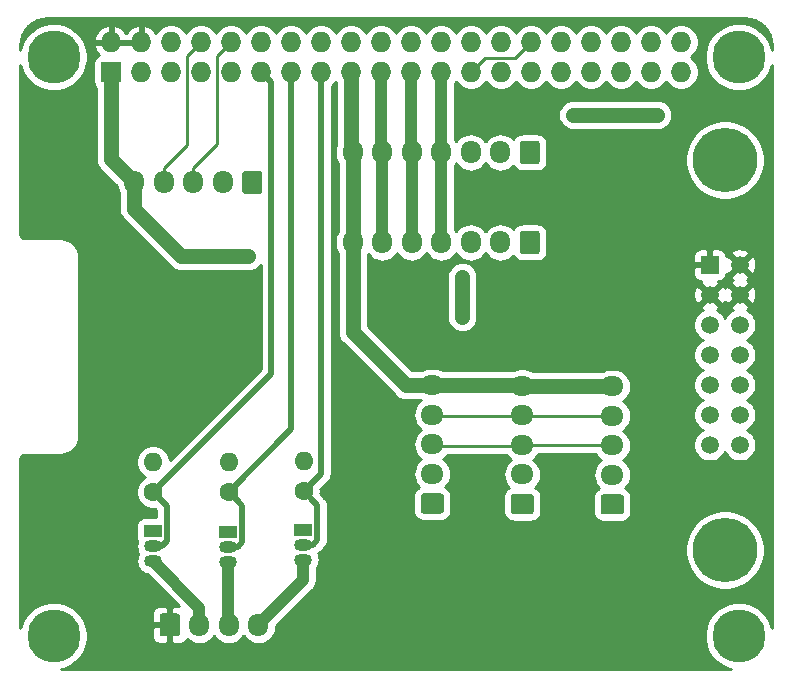
<source format=gbl>
G04 #@! TF.GenerationSoftware,KiCad,Pcbnew,(5.1.5)-3*
G04 #@! TF.CreationDate,2020-01-30T14:03:48-05:00*
G04 #@! TF.ProjectId,RPi_Hat,5250695f-4861-4742-9e6b-696361645f70,1.0*
G04 #@! TF.SameCoordinates,Original*
G04 #@! TF.FileFunction,Copper,L2,Bot*
G04 #@! TF.FilePolarity,Positive*
%FSLAX46Y46*%
G04 Gerber Fmt 4.6, Leading zero omitted, Abs format (unit mm)*
G04 Created by KiCad (PCBNEW (5.1.5)-3) date 2020-01-30 14:03:48*
%MOMM*%
%LPD*%
G04 APERTURE LIST*
%ADD10C,4.500000*%
%ADD11O,1.600000X1.600000*%
%ADD12C,1.600000*%
%ADD13R,1.500000X1.050000*%
%ADD14O,1.500000X1.050000*%
%ADD15O,1.727200X1.727200*%
%ADD16R,1.727200X1.727200*%
%ADD17O,1.700000X1.950000*%
%ADD18C,0.100000*%
%ADD19C,1.520000*%
%ADD20R,1.520000X1.520000*%
%ADD21C,5.460000*%
%ADD22O,1.950000X1.700000*%
%ADD23C,0.600000*%
%ADD24C,1.270000*%
%ADD25C,0.250000*%
%ADD26C,0.500000*%
%ADD27C,1.000000*%
%ADD28C,0.254000*%
G04 APERTURE END LIST*
D10*
X156750000Y-121580000D03*
X98750000Y-121580000D03*
X98750000Y-72580000D03*
X156750000Y-72580000D03*
D11*
X119913400Y-106807000D03*
D12*
X119913400Y-109347000D03*
D11*
X113563400Y-106857800D03*
D12*
X113563400Y-109397800D03*
D11*
X107162600Y-106857800D03*
D12*
X107162600Y-109397800D03*
D13*
X119888000Y-112572800D03*
D14*
X119888000Y-115112800D03*
X119888000Y-113842800D03*
D13*
X113538000Y-112776000D03*
D14*
X113538000Y-115316000D03*
X113538000Y-114046000D03*
D13*
X107137200Y-112699800D03*
D14*
X107137200Y-115239800D03*
X107137200Y-113969800D03*
D15*
X151880000Y-71310000D03*
X151880000Y-73850000D03*
X149340000Y-71310000D03*
X149340000Y-73850000D03*
X146800000Y-71310000D03*
X146800000Y-73850000D03*
X144260000Y-71310000D03*
X144260000Y-73850000D03*
X141720000Y-71310000D03*
X141720000Y-73850000D03*
X139180000Y-71310000D03*
X139180000Y-73850000D03*
X136640000Y-71310000D03*
X136640000Y-73850000D03*
X134100000Y-71310000D03*
X134100000Y-73850000D03*
X131560000Y-71310000D03*
X131560000Y-73850000D03*
X129020000Y-71310000D03*
X129020000Y-73850000D03*
X126480000Y-71310000D03*
X126480000Y-73850000D03*
X123940000Y-71310000D03*
X123940000Y-73850000D03*
X121400000Y-71310000D03*
X121400000Y-73850000D03*
X118860000Y-71310000D03*
X118860000Y-73850000D03*
X116320000Y-71310000D03*
X116320000Y-73850000D03*
X113780000Y-71310000D03*
X113780000Y-73850000D03*
X111240000Y-71310000D03*
X111240000Y-73850000D03*
X108700000Y-71310000D03*
X108700000Y-73850000D03*
X106160000Y-71310000D03*
X106160000Y-73850000D03*
X103620000Y-71310000D03*
D16*
X103620000Y-73850000D03*
D17*
X116085000Y-120650000D03*
X113585000Y-120650000D03*
X111085000Y-120650000D03*
G04 #@! TA.AperFunction,ComponentPad*
D18*
G36*
X109209504Y-119676204D02*
G01*
X109233773Y-119679804D01*
X109257571Y-119685765D01*
X109280671Y-119694030D01*
X109302849Y-119704520D01*
X109323893Y-119717133D01*
X109343598Y-119731747D01*
X109361777Y-119748223D01*
X109378253Y-119766402D01*
X109392867Y-119786107D01*
X109405480Y-119807151D01*
X109415970Y-119829329D01*
X109424235Y-119852429D01*
X109430196Y-119876227D01*
X109433796Y-119900496D01*
X109435000Y-119925000D01*
X109435000Y-121375000D01*
X109433796Y-121399504D01*
X109430196Y-121423773D01*
X109424235Y-121447571D01*
X109415970Y-121470671D01*
X109405480Y-121492849D01*
X109392867Y-121513893D01*
X109378253Y-121533598D01*
X109361777Y-121551777D01*
X109343598Y-121568253D01*
X109323893Y-121582867D01*
X109302849Y-121595480D01*
X109280671Y-121605970D01*
X109257571Y-121614235D01*
X109233773Y-121620196D01*
X109209504Y-121623796D01*
X109185000Y-121625000D01*
X107985000Y-121625000D01*
X107960496Y-121623796D01*
X107936227Y-121620196D01*
X107912429Y-121614235D01*
X107889329Y-121605970D01*
X107867151Y-121595480D01*
X107846107Y-121582867D01*
X107826402Y-121568253D01*
X107808223Y-121551777D01*
X107791747Y-121533598D01*
X107777133Y-121513893D01*
X107764520Y-121492849D01*
X107754030Y-121470671D01*
X107745765Y-121447571D01*
X107739804Y-121423773D01*
X107736204Y-121399504D01*
X107735000Y-121375000D01*
X107735000Y-119925000D01*
X107736204Y-119900496D01*
X107739804Y-119876227D01*
X107745765Y-119852429D01*
X107754030Y-119829329D01*
X107764520Y-119807151D01*
X107777133Y-119786107D01*
X107791747Y-119766402D01*
X107808223Y-119748223D01*
X107826402Y-119731747D01*
X107846107Y-119717133D01*
X107867151Y-119704520D01*
X107889329Y-119694030D01*
X107912429Y-119685765D01*
X107936227Y-119679804D01*
X107960496Y-119676204D01*
X107985000Y-119675000D01*
X109185000Y-119675000D01*
X109209504Y-119676204D01*
G37*
G04 #@! TD.AperFunction*
D19*
X156845000Y-105410000D03*
X154305000Y-105410000D03*
X156845000Y-102870000D03*
X154305000Y-102870000D03*
X156845000Y-100330000D03*
X154305000Y-100330000D03*
X156845000Y-97790000D03*
X154305000Y-97790000D03*
X156845000Y-95250000D03*
X154305000Y-95250000D03*
X156845000Y-92710000D03*
X154305000Y-92710000D03*
X156845000Y-90170000D03*
D20*
X154305000Y-90170000D03*
D21*
X155575000Y-114300000D03*
X155575000Y-81280000D03*
D17*
X105570000Y-83185000D03*
X108070000Y-83185000D03*
X110570000Y-83185000D03*
X113070000Y-83185000D03*
G04 #@! TA.AperFunction,ComponentPad*
D18*
G36*
X116194504Y-82211204D02*
G01*
X116218773Y-82214804D01*
X116242571Y-82220765D01*
X116265671Y-82229030D01*
X116287849Y-82239520D01*
X116308893Y-82252133D01*
X116328598Y-82266747D01*
X116346777Y-82283223D01*
X116363253Y-82301402D01*
X116377867Y-82321107D01*
X116390480Y-82342151D01*
X116400970Y-82364329D01*
X116409235Y-82387429D01*
X116415196Y-82411227D01*
X116418796Y-82435496D01*
X116420000Y-82460000D01*
X116420000Y-83910000D01*
X116418796Y-83934504D01*
X116415196Y-83958773D01*
X116409235Y-83982571D01*
X116400970Y-84005671D01*
X116390480Y-84027849D01*
X116377867Y-84048893D01*
X116363253Y-84068598D01*
X116346777Y-84086777D01*
X116328598Y-84103253D01*
X116308893Y-84117867D01*
X116287849Y-84130480D01*
X116265671Y-84140970D01*
X116242571Y-84149235D01*
X116218773Y-84155196D01*
X116194504Y-84158796D01*
X116170000Y-84160000D01*
X114970000Y-84160000D01*
X114945496Y-84158796D01*
X114921227Y-84155196D01*
X114897429Y-84149235D01*
X114874329Y-84140970D01*
X114852151Y-84130480D01*
X114831107Y-84117867D01*
X114811402Y-84103253D01*
X114793223Y-84086777D01*
X114776747Y-84068598D01*
X114762133Y-84048893D01*
X114749520Y-84027849D01*
X114739030Y-84005671D01*
X114730765Y-83982571D01*
X114724804Y-83958773D01*
X114721204Y-83934504D01*
X114720000Y-83910000D01*
X114720000Y-82460000D01*
X114721204Y-82435496D01*
X114724804Y-82411227D01*
X114730765Y-82387429D01*
X114739030Y-82364329D01*
X114749520Y-82342151D01*
X114762133Y-82321107D01*
X114776747Y-82301402D01*
X114793223Y-82283223D01*
X114811402Y-82266747D01*
X114831107Y-82252133D01*
X114852151Y-82239520D01*
X114874329Y-82229030D01*
X114897429Y-82220765D01*
X114921227Y-82214804D01*
X114945496Y-82211204D01*
X114970000Y-82210000D01*
X116170000Y-82210000D01*
X116194504Y-82211204D01*
G37*
G04 #@! TD.AperFunction*
D17*
X124065000Y-88265000D03*
X126565000Y-88265000D03*
X129065000Y-88265000D03*
X131565000Y-88265000D03*
X134065000Y-88265000D03*
X136565000Y-88265000D03*
G04 #@! TA.AperFunction,ComponentPad*
D18*
G36*
X139689504Y-87291204D02*
G01*
X139713773Y-87294804D01*
X139737571Y-87300765D01*
X139760671Y-87309030D01*
X139782849Y-87319520D01*
X139803893Y-87332133D01*
X139823598Y-87346747D01*
X139841777Y-87363223D01*
X139858253Y-87381402D01*
X139872867Y-87401107D01*
X139885480Y-87422151D01*
X139895970Y-87444329D01*
X139904235Y-87467429D01*
X139910196Y-87491227D01*
X139913796Y-87515496D01*
X139915000Y-87540000D01*
X139915000Y-88990000D01*
X139913796Y-89014504D01*
X139910196Y-89038773D01*
X139904235Y-89062571D01*
X139895970Y-89085671D01*
X139885480Y-89107849D01*
X139872867Y-89128893D01*
X139858253Y-89148598D01*
X139841777Y-89166777D01*
X139823598Y-89183253D01*
X139803893Y-89197867D01*
X139782849Y-89210480D01*
X139760671Y-89220970D01*
X139737571Y-89229235D01*
X139713773Y-89235196D01*
X139689504Y-89238796D01*
X139665000Y-89240000D01*
X138465000Y-89240000D01*
X138440496Y-89238796D01*
X138416227Y-89235196D01*
X138392429Y-89229235D01*
X138369329Y-89220970D01*
X138347151Y-89210480D01*
X138326107Y-89197867D01*
X138306402Y-89183253D01*
X138288223Y-89166777D01*
X138271747Y-89148598D01*
X138257133Y-89128893D01*
X138244520Y-89107849D01*
X138234030Y-89085671D01*
X138225765Y-89062571D01*
X138219804Y-89038773D01*
X138216204Y-89014504D01*
X138215000Y-88990000D01*
X138215000Y-87540000D01*
X138216204Y-87515496D01*
X138219804Y-87491227D01*
X138225765Y-87467429D01*
X138234030Y-87444329D01*
X138244520Y-87422151D01*
X138257133Y-87401107D01*
X138271747Y-87381402D01*
X138288223Y-87363223D01*
X138306402Y-87346747D01*
X138326107Y-87332133D01*
X138347151Y-87319520D01*
X138369329Y-87309030D01*
X138392429Y-87300765D01*
X138416227Y-87294804D01*
X138440496Y-87291204D01*
X138465000Y-87290000D01*
X139665000Y-87290000D01*
X139689504Y-87291204D01*
G37*
G04 #@! TD.AperFunction*
D17*
X124065000Y-80645000D03*
X126565000Y-80645000D03*
X129065000Y-80645000D03*
X131565000Y-80645000D03*
X134065000Y-80645000D03*
X136565000Y-80645000D03*
G04 #@! TA.AperFunction,ComponentPad*
D18*
G36*
X139689504Y-79671204D02*
G01*
X139713773Y-79674804D01*
X139737571Y-79680765D01*
X139760671Y-79689030D01*
X139782849Y-79699520D01*
X139803893Y-79712133D01*
X139823598Y-79726747D01*
X139841777Y-79743223D01*
X139858253Y-79761402D01*
X139872867Y-79781107D01*
X139885480Y-79802151D01*
X139895970Y-79824329D01*
X139904235Y-79847429D01*
X139910196Y-79871227D01*
X139913796Y-79895496D01*
X139915000Y-79920000D01*
X139915000Y-81370000D01*
X139913796Y-81394504D01*
X139910196Y-81418773D01*
X139904235Y-81442571D01*
X139895970Y-81465671D01*
X139885480Y-81487849D01*
X139872867Y-81508893D01*
X139858253Y-81528598D01*
X139841777Y-81546777D01*
X139823598Y-81563253D01*
X139803893Y-81577867D01*
X139782849Y-81590480D01*
X139760671Y-81600970D01*
X139737571Y-81609235D01*
X139713773Y-81615196D01*
X139689504Y-81618796D01*
X139665000Y-81620000D01*
X138465000Y-81620000D01*
X138440496Y-81618796D01*
X138416227Y-81615196D01*
X138392429Y-81609235D01*
X138369329Y-81600970D01*
X138347151Y-81590480D01*
X138326107Y-81577867D01*
X138306402Y-81563253D01*
X138288223Y-81546777D01*
X138271747Y-81528598D01*
X138257133Y-81508893D01*
X138244520Y-81487849D01*
X138234030Y-81465671D01*
X138225765Y-81442571D01*
X138219804Y-81418773D01*
X138216204Y-81394504D01*
X138215000Y-81370000D01*
X138215000Y-79920000D01*
X138216204Y-79895496D01*
X138219804Y-79871227D01*
X138225765Y-79847429D01*
X138234030Y-79824329D01*
X138244520Y-79802151D01*
X138257133Y-79781107D01*
X138271747Y-79761402D01*
X138288223Y-79743223D01*
X138306402Y-79726747D01*
X138326107Y-79712133D01*
X138347151Y-79699520D01*
X138369329Y-79689030D01*
X138392429Y-79680765D01*
X138416227Y-79674804D01*
X138440496Y-79671204D01*
X138465000Y-79670000D01*
X139665000Y-79670000D01*
X139689504Y-79671204D01*
G37*
G04 #@! TD.AperFunction*
D22*
X146050000Y-100450000D03*
X146050000Y-102950000D03*
X146050000Y-105450000D03*
X146050000Y-107950000D03*
G04 #@! TA.AperFunction,ComponentPad*
D18*
G36*
X146799504Y-109601204D02*
G01*
X146823773Y-109604804D01*
X146847571Y-109610765D01*
X146870671Y-109619030D01*
X146892849Y-109629520D01*
X146913893Y-109642133D01*
X146933598Y-109656747D01*
X146951777Y-109673223D01*
X146968253Y-109691402D01*
X146982867Y-109711107D01*
X146995480Y-109732151D01*
X147005970Y-109754329D01*
X147014235Y-109777429D01*
X147020196Y-109801227D01*
X147023796Y-109825496D01*
X147025000Y-109850000D01*
X147025000Y-111050000D01*
X147023796Y-111074504D01*
X147020196Y-111098773D01*
X147014235Y-111122571D01*
X147005970Y-111145671D01*
X146995480Y-111167849D01*
X146982867Y-111188893D01*
X146968253Y-111208598D01*
X146951777Y-111226777D01*
X146933598Y-111243253D01*
X146913893Y-111257867D01*
X146892849Y-111270480D01*
X146870671Y-111280970D01*
X146847571Y-111289235D01*
X146823773Y-111295196D01*
X146799504Y-111298796D01*
X146775000Y-111300000D01*
X145325000Y-111300000D01*
X145300496Y-111298796D01*
X145276227Y-111295196D01*
X145252429Y-111289235D01*
X145229329Y-111280970D01*
X145207151Y-111270480D01*
X145186107Y-111257867D01*
X145166402Y-111243253D01*
X145148223Y-111226777D01*
X145131747Y-111208598D01*
X145117133Y-111188893D01*
X145104520Y-111167849D01*
X145094030Y-111145671D01*
X145085765Y-111122571D01*
X145079804Y-111098773D01*
X145076204Y-111074504D01*
X145075000Y-111050000D01*
X145075000Y-109850000D01*
X145076204Y-109825496D01*
X145079804Y-109801227D01*
X145085765Y-109777429D01*
X145094030Y-109754329D01*
X145104520Y-109732151D01*
X145117133Y-109711107D01*
X145131747Y-109691402D01*
X145148223Y-109673223D01*
X145166402Y-109656747D01*
X145186107Y-109642133D01*
X145207151Y-109629520D01*
X145229329Y-109619030D01*
X145252429Y-109610765D01*
X145276227Y-109604804D01*
X145300496Y-109601204D01*
X145325000Y-109600000D01*
X146775000Y-109600000D01*
X146799504Y-109601204D01*
G37*
G04 #@! TD.AperFunction*
D22*
X138430000Y-100410000D03*
X138430000Y-102910000D03*
X138430000Y-105410000D03*
X138430000Y-107910000D03*
G04 #@! TA.AperFunction,ComponentPad*
D18*
G36*
X139179504Y-109561204D02*
G01*
X139203773Y-109564804D01*
X139227571Y-109570765D01*
X139250671Y-109579030D01*
X139272849Y-109589520D01*
X139293893Y-109602133D01*
X139313598Y-109616747D01*
X139331777Y-109633223D01*
X139348253Y-109651402D01*
X139362867Y-109671107D01*
X139375480Y-109692151D01*
X139385970Y-109714329D01*
X139394235Y-109737429D01*
X139400196Y-109761227D01*
X139403796Y-109785496D01*
X139405000Y-109810000D01*
X139405000Y-111010000D01*
X139403796Y-111034504D01*
X139400196Y-111058773D01*
X139394235Y-111082571D01*
X139385970Y-111105671D01*
X139375480Y-111127849D01*
X139362867Y-111148893D01*
X139348253Y-111168598D01*
X139331777Y-111186777D01*
X139313598Y-111203253D01*
X139293893Y-111217867D01*
X139272849Y-111230480D01*
X139250671Y-111240970D01*
X139227571Y-111249235D01*
X139203773Y-111255196D01*
X139179504Y-111258796D01*
X139155000Y-111260000D01*
X137705000Y-111260000D01*
X137680496Y-111258796D01*
X137656227Y-111255196D01*
X137632429Y-111249235D01*
X137609329Y-111240970D01*
X137587151Y-111230480D01*
X137566107Y-111217867D01*
X137546402Y-111203253D01*
X137528223Y-111186777D01*
X137511747Y-111168598D01*
X137497133Y-111148893D01*
X137484520Y-111127849D01*
X137474030Y-111105671D01*
X137465765Y-111082571D01*
X137459804Y-111058773D01*
X137456204Y-111034504D01*
X137455000Y-111010000D01*
X137455000Y-109810000D01*
X137456204Y-109785496D01*
X137459804Y-109761227D01*
X137465765Y-109737429D01*
X137474030Y-109714329D01*
X137484520Y-109692151D01*
X137497133Y-109671107D01*
X137511747Y-109651402D01*
X137528223Y-109633223D01*
X137546402Y-109616747D01*
X137566107Y-109602133D01*
X137587151Y-109589520D01*
X137609329Y-109579030D01*
X137632429Y-109570765D01*
X137656227Y-109564804D01*
X137680496Y-109561204D01*
X137705000Y-109560000D01*
X139155000Y-109560000D01*
X139179504Y-109561204D01*
G37*
G04 #@! TD.AperFunction*
D22*
X130810000Y-100370000D03*
X130810000Y-102870000D03*
X130810000Y-105370000D03*
X130810000Y-107870000D03*
G04 #@! TA.AperFunction,ComponentPad*
D18*
G36*
X131559504Y-109521204D02*
G01*
X131583773Y-109524804D01*
X131607571Y-109530765D01*
X131630671Y-109539030D01*
X131652849Y-109549520D01*
X131673893Y-109562133D01*
X131693598Y-109576747D01*
X131711777Y-109593223D01*
X131728253Y-109611402D01*
X131742867Y-109631107D01*
X131755480Y-109652151D01*
X131765970Y-109674329D01*
X131774235Y-109697429D01*
X131780196Y-109721227D01*
X131783796Y-109745496D01*
X131785000Y-109770000D01*
X131785000Y-110970000D01*
X131783796Y-110994504D01*
X131780196Y-111018773D01*
X131774235Y-111042571D01*
X131765970Y-111065671D01*
X131755480Y-111087849D01*
X131742867Y-111108893D01*
X131728253Y-111128598D01*
X131711777Y-111146777D01*
X131693598Y-111163253D01*
X131673893Y-111177867D01*
X131652849Y-111190480D01*
X131630671Y-111200970D01*
X131607571Y-111209235D01*
X131583773Y-111215196D01*
X131559504Y-111218796D01*
X131535000Y-111220000D01*
X130085000Y-111220000D01*
X130060496Y-111218796D01*
X130036227Y-111215196D01*
X130012429Y-111209235D01*
X129989329Y-111200970D01*
X129967151Y-111190480D01*
X129946107Y-111177867D01*
X129926402Y-111163253D01*
X129908223Y-111146777D01*
X129891747Y-111128598D01*
X129877133Y-111108893D01*
X129864520Y-111087849D01*
X129854030Y-111065671D01*
X129845765Y-111042571D01*
X129839804Y-111018773D01*
X129836204Y-110994504D01*
X129835000Y-110970000D01*
X129835000Y-109770000D01*
X129836204Y-109745496D01*
X129839804Y-109721227D01*
X129845765Y-109697429D01*
X129854030Y-109674329D01*
X129864520Y-109652151D01*
X129877133Y-109631107D01*
X129891747Y-109611402D01*
X129908223Y-109593223D01*
X129926402Y-109576747D01*
X129946107Y-109562133D01*
X129967151Y-109549520D01*
X129989329Y-109539030D01*
X130012429Y-109530765D01*
X130036227Y-109524804D01*
X130060496Y-109521204D01*
X130085000Y-109520000D01*
X131535000Y-109520000D01*
X131559504Y-109521204D01*
G37*
G04 #@! TD.AperFunction*
D23*
X115239800Y-89433400D03*
X130810000Y-100370000D03*
X133350000Y-91186000D03*
X133350000Y-94615000D03*
X149860000Y-77470000D03*
X145542000Y-77470000D03*
X142748000Y-77470000D03*
D24*
X103620000Y-81235000D02*
X105570000Y-83185000D01*
X103620000Y-73850000D02*
X103620000Y-81235000D01*
X123940000Y-80520000D02*
X124065000Y-80645000D01*
X123940000Y-73850000D02*
X123940000Y-80520000D01*
X124065000Y-80645000D02*
X124065000Y-88265000D01*
X128565000Y-100370000D02*
X130810000Y-100370000D01*
X124065000Y-95870000D02*
X128565000Y-100370000D01*
X124065000Y-88265000D02*
X124065000Y-95870000D01*
X138390000Y-100370000D02*
X138430000Y-100410000D01*
X130810000Y-100370000D02*
X138390000Y-100370000D01*
X146010000Y-100410000D02*
X146050000Y-100450000D01*
X138430000Y-100410000D02*
X146010000Y-100410000D01*
X109573400Y-89433400D02*
X115239800Y-89433400D01*
X105570000Y-83185000D02*
X105570000Y-85430000D01*
X105570000Y-85430000D02*
X109573400Y-89433400D01*
D25*
X138390000Y-102990000D02*
X138430000Y-102950000D01*
X130810000Y-102990000D02*
X138390000Y-102990000D01*
X146010000Y-102950000D02*
X146050000Y-102990000D01*
X138430000Y-102950000D02*
X146010000Y-102950000D01*
X138390000Y-105490000D02*
X138430000Y-105450000D01*
X130810000Y-105490000D02*
X138390000Y-105490000D01*
X146010000Y-105450000D02*
X146050000Y-105490000D01*
X138430000Y-105450000D02*
X146010000Y-105450000D01*
X137828601Y-72661399D02*
X138316401Y-72173599D01*
X138316401Y-72173599D02*
X139180000Y-71310000D01*
X135288601Y-72661399D02*
X137828601Y-72661399D01*
X134100000Y-73850000D02*
X135288601Y-72661399D01*
D24*
X149860000Y-77470000D02*
X145542000Y-77470000D01*
X145542000Y-77470000D02*
X142748000Y-77470000D01*
X133350000Y-91186000D02*
X133350000Y-94615000D01*
D25*
X108070000Y-81960000D02*
X108070000Y-83185000D01*
X110051399Y-79978601D02*
X108070000Y-81960000D01*
X110051399Y-72498601D02*
X110051399Y-79978601D01*
X111240000Y-71310000D02*
X110051399Y-72498601D01*
X112591399Y-79938601D02*
X110570000Y-81960000D01*
X110570000Y-81960000D02*
X110570000Y-83185000D01*
X112591399Y-72498601D02*
X112591399Y-79938601D01*
X113780000Y-71310000D02*
X112591399Y-72498601D01*
D26*
X107962599Y-110197799D02*
X107162600Y-109397800D01*
X108337201Y-110572401D02*
X107962599Y-110197799D01*
X108337201Y-113584801D02*
X108337201Y-110572401D01*
X107952202Y-113969800D02*
X108337201Y-113584801D01*
X107137200Y-113969800D02*
X107952202Y-113969800D01*
X107962599Y-108597801D02*
X107162600Y-109397800D01*
X117183599Y-99376801D02*
X107962599Y-108597801D01*
X117183599Y-74713599D02*
X117183599Y-99376801D01*
X116320000Y-73850000D02*
X117183599Y-74713599D01*
X114363399Y-110197799D02*
X113563400Y-109397800D01*
X114738001Y-113661001D02*
X114738001Y-110572401D01*
X114353002Y-114046000D02*
X114738001Y-113661001D01*
X114738001Y-110572401D02*
X114363399Y-110197799D01*
X113538000Y-114046000D02*
X114353002Y-114046000D01*
X118860000Y-104101200D02*
X113563400Y-109397800D01*
X118860000Y-73850000D02*
X118860000Y-104101200D01*
X120713399Y-110146999D02*
X119913400Y-109347000D01*
X121088001Y-113457801D02*
X121088001Y-110521601D01*
X121088001Y-110521601D02*
X120713399Y-110146999D01*
X120703002Y-113842800D02*
X121088001Y-113457801D01*
X119888000Y-113842800D02*
X120703002Y-113842800D01*
X121400000Y-107860400D02*
X119913400Y-109347000D01*
X121400000Y-73850000D02*
X121400000Y-107860400D01*
D27*
X126480000Y-80560000D02*
X126565000Y-80645000D01*
X126480000Y-73850000D02*
X126480000Y-80560000D01*
X126565000Y-88265000D02*
X126565000Y-80645000D01*
X129020000Y-80600000D02*
X129065000Y-80645000D01*
X129020000Y-73850000D02*
X129020000Y-80600000D01*
X129065000Y-88265000D02*
X129065000Y-80645000D01*
X131560000Y-80640000D02*
X131565000Y-80645000D01*
X131560000Y-73850000D02*
X131560000Y-80640000D01*
X131565000Y-80645000D02*
X131565000Y-88265000D01*
X119888000Y-116847000D02*
X116085000Y-120650000D01*
X119888000Y-115112800D02*
X119888000Y-116847000D01*
X113538000Y-120603000D02*
X113585000Y-120650000D01*
X113538000Y-115316000D02*
X113538000Y-120603000D01*
X111085000Y-119187600D02*
X111085000Y-120650000D01*
X107137200Y-115239800D02*
X111085000Y-119187600D01*
D28*
G36*
X157699016Y-69312312D02*
G01*
X158130930Y-69442714D01*
X158529285Y-69654524D01*
X158878914Y-69939675D01*
X159166497Y-70287303D01*
X159381086Y-70684177D01*
X159514498Y-71115161D01*
X159565000Y-71595654D01*
X159565000Y-71943939D01*
X159524131Y-71738477D01*
X159306654Y-71213440D01*
X158990926Y-70740920D01*
X158589080Y-70339074D01*
X158116560Y-70023346D01*
X157591523Y-69805869D01*
X157034148Y-69695000D01*
X156465852Y-69695000D01*
X155908477Y-69805869D01*
X155383440Y-70023346D01*
X154910920Y-70339074D01*
X154509074Y-70740920D01*
X154193346Y-71213440D01*
X153975869Y-71738477D01*
X153865000Y-72295852D01*
X153865000Y-72864148D01*
X153975869Y-73421523D01*
X154193346Y-73946560D01*
X154509074Y-74419080D01*
X154910920Y-74820926D01*
X155383440Y-75136654D01*
X155908477Y-75354131D01*
X156465852Y-75465000D01*
X157034148Y-75465000D01*
X157591523Y-75354131D01*
X158116560Y-75136654D01*
X158589080Y-74820926D01*
X158990926Y-74419080D01*
X159306654Y-73946560D01*
X159524131Y-73421523D01*
X159565000Y-73216061D01*
X159565001Y-120943944D01*
X159524131Y-120738477D01*
X159306654Y-120213440D01*
X158990926Y-119740920D01*
X158589080Y-119339074D01*
X158116560Y-119023346D01*
X157591523Y-118805869D01*
X157034148Y-118695000D01*
X156465852Y-118695000D01*
X155908477Y-118805869D01*
X155383440Y-119023346D01*
X154910920Y-119339074D01*
X154509074Y-119740920D01*
X154193346Y-120213440D01*
X153975869Y-120738477D01*
X153865000Y-121295852D01*
X153865000Y-121864148D01*
X153975869Y-122421523D01*
X154193346Y-122946560D01*
X154509074Y-123419080D01*
X154910920Y-123820926D01*
X155383440Y-124136654D01*
X155908477Y-124354131D01*
X156113939Y-124395000D01*
X99386061Y-124395000D01*
X99591523Y-124354131D01*
X100116560Y-124136654D01*
X100589080Y-123820926D01*
X100990926Y-123419080D01*
X101306654Y-122946560D01*
X101524131Y-122421523D01*
X101635000Y-121864148D01*
X101635000Y-121625000D01*
X107096928Y-121625000D01*
X107109188Y-121749482D01*
X107145498Y-121869180D01*
X107204463Y-121979494D01*
X107283815Y-122076185D01*
X107380506Y-122155537D01*
X107490820Y-122214502D01*
X107610518Y-122250812D01*
X107735000Y-122263072D01*
X108299250Y-122260000D01*
X108458000Y-122101250D01*
X108458000Y-120777000D01*
X107258750Y-120777000D01*
X107100000Y-120935750D01*
X107096928Y-121625000D01*
X101635000Y-121625000D01*
X101635000Y-121295852D01*
X101524131Y-120738477D01*
X101306654Y-120213440D01*
X100990926Y-119740920D01*
X100925006Y-119675000D01*
X107096928Y-119675000D01*
X107100000Y-120364250D01*
X107258750Y-120523000D01*
X108458000Y-120523000D01*
X108458000Y-119198750D01*
X108299250Y-119040000D01*
X107735000Y-119036928D01*
X107610518Y-119049188D01*
X107490820Y-119085498D01*
X107380506Y-119144463D01*
X107283815Y-119223815D01*
X107204463Y-119320506D01*
X107145498Y-119430820D01*
X107109188Y-119550518D01*
X107096928Y-119675000D01*
X100925006Y-119675000D01*
X100589080Y-119339074D01*
X100116560Y-119023346D01*
X99591523Y-118805869D01*
X99034148Y-118695000D01*
X98465852Y-118695000D01*
X97908477Y-118805869D01*
X97383440Y-119023346D01*
X96910920Y-119339074D01*
X96509074Y-119740920D01*
X96193346Y-120213440D01*
X95975869Y-120738477D01*
X95935000Y-120943939D01*
X95935000Y-106613505D01*
X95944222Y-106519453D01*
X95961805Y-106461214D01*
X95990366Y-106407499D01*
X96028816Y-106360354D01*
X96075691Y-106321576D01*
X96129204Y-106292642D01*
X96187323Y-106274651D01*
X96279145Y-106265000D01*
X99283647Y-106265000D01*
X99312955Y-106262113D01*
X99319066Y-106262156D01*
X99328585Y-106261223D01*
X99522682Y-106240822D01*
X99583496Y-106228339D01*
X99644481Y-106216705D01*
X99653637Y-106213941D01*
X99840075Y-106156229D01*
X99897279Y-106132182D01*
X99954873Y-106108913D01*
X99963317Y-106104423D01*
X100134994Y-106011598D01*
X100186468Y-105976878D01*
X100238418Y-105942883D01*
X100245829Y-105936839D01*
X100396207Y-105812435D01*
X100439973Y-105768362D01*
X100484311Y-105724943D01*
X100490408Y-105717574D01*
X100613758Y-105566332D01*
X100648126Y-105514603D01*
X100683191Y-105463392D01*
X100687739Y-105454981D01*
X100687740Y-105454980D01*
X100687742Y-105454976D01*
X100779366Y-105282657D01*
X100803022Y-105225261D01*
X100827482Y-105168193D01*
X100830310Y-105159056D01*
X100886719Y-104972220D01*
X100898780Y-104911310D01*
X100911686Y-104850591D01*
X100912686Y-104841079D01*
X100931731Y-104646845D01*
X100931731Y-104646837D01*
X100935000Y-104613647D01*
X100935000Y-89546353D01*
X100932113Y-89517045D01*
X100932156Y-89510933D01*
X100931223Y-89501415D01*
X100910822Y-89307318D01*
X100898339Y-89246504D01*
X100886705Y-89185519D01*
X100883941Y-89176363D01*
X100826229Y-88989925D01*
X100802170Y-88932692D01*
X100778913Y-88875127D01*
X100774423Y-88866682D01*
X100681598Y-88695006D01*
X100646878Y-88643532D01*
X100612883Y-88591582D01*
X100606838Y-88584170D01*
X100482435Y-88433793D01*
X100438362Y-88390027D01*
X100394943Y-88345689D01*
X100387574Y-88339592D01*
X100236332Y-88216242D01*
X100184614Y-88181881D01*
X100133393Y-88146809D01*
X100124980Y-88142260D01*
X99952657Y-88050635D01*
X99895261Y-88026978D01*
X99838193Y-88002519D01*
X99829057Y-87999690D01*
X99642220Y-87943281D01*
X99581302Y-87931219D01*
X99520590Y-87918314D01*
X99511078Y-87917314D01*
X99316845Y-87898269D01*
X99316837Y-87898269D01*
X99283647Y-87895000D01*
X96283505Y-87895000D01*
X96189454Y-87885778D01*
X96131213Y-87868194D01*
X96077500Y-87839635D01*
X96030354Y-87801183D01*
X95991577Y-87754310D01*
X95962642Y-87700796D01*
X95944651Y-87642677D01*
X95935000Y-87550855D01*
X95935000Y-73216061D01*
X95975869Y-73421523D01*
X96193346Y-73946560D01*
X96509074Y-74419080D01*
X96910920Y-74820926D01*
X97383440Y-75136654D01*
X97908477Y-75354131D01*
X98465852Y-75465000D01*
X99034148Y-75465000D01*
X99591523Y-75354131D01*
X100116560Y-75136654D01*
X100589080Y-74820926D01*
X100990926Y-74419080D01*
X101306654Y-73946560D01*
X101524131Y-73421523D01*
X101610682Y-72986400D01*
X102118328Y-72986400D01*
X102118328Y-74713600D01*
X102130588Y-74838082D01*
X102166898Y-74957780D01*
X102225863Y-75068094D01*
X102305215Y-75164785D01*
X102350000Y-75201539D01*
X102350001Y-81172617D01*
X102343857Y-81235000D01*
X102368377Y-81483963D01*
X102428270Y-81681401D01*
X102440998Y-81723359D01*
X102558926Y-81943988D01*
X102717631Y-82137370D01*
X102766086Y-82177136D01*
X104097357Y-83508407D01*
X104106487Y-83601110D01*
X104191401Y-83881033D01*
X104300000Y-84084208D01*
X104300001Y-85367618D01*
X104293857Y-85430000D01*
X104318377Y-85678963D01*
X104390998Y-85918359D01*
X104508926Y-86138988D01*
X104667631Y-86332370D01*
X104716087Y-86372137D01*
X108631263Y-90287314D01*
X108671030Y-90335770D01*
X108864412Y-90494475D01*
X109085041Y-90612403D01*
X109324437Y-90685023D01*
X109573400Y-90709544D01*
X109635780Y-90703400D01*
X115302180Y-90703400D01*
X115488763Y-90685023D01*
X115728159Y-90612403D01*
X115948788Y-90494475D01*
X116142170Y-90335770D01*
X116298600Y-90145161D01*
X116298600Y-99010221D01*
X108596730Y-106712092D01*
X108542453Y-106439226D01*
X108434280Y-106178073D01*
X108277237Y-105943041D01*
X108077359Y-105743163D01*
X107842327Y-105586120D01*
X107581174Y-105477947D01*
X107303935Y-105422800D01*
X107021265Y-105422800D01*
X106744026Y-105477947D01*
X106482873Y-105586120D01*
X106247841Y-105743163D01*
X106047963Y-105943041D01*
X105890920Y-106178073D01*
X105782747Y-106439226D01*
X105727600Y-106716465D01*
X105727600Y-106999135D01*
X105782747Y-107276374D01*
X105890920Y-107537527D01*
X106047963Y-107772559D01*
X106247841Y-107972437D01*
X106480359Y-108127800D01*
X106247841Y-108283163D01*
X106047963Y-108483041D01*
X105890920Y-108718073D01*
X105782747Y-108979226D01*
X105727600Y-109256465D01*
X105727600Y-109539135D01*
X105782747Y-109816374D01*
X105890920Y-110077527D01*
X106047963Y-110312559D01*
X106247841Y-110512437D01*
X106482873Y-110669480D01*
X106744026Y-110777653D01*
X107021265Y-110832800D01*
X107303935Y-110832800D01*
X107339038Y-110825817D01*
X107367552Y-110854331D01*
X107367558Y-110854336D01*
X107452202Y-110938980D01*
X107452202Y-111536728D01*
X106387200Y-111536728D01*
X106262718Y-111548988D01*
X106143020Y-111585298D01*
X106032706Y-111644263D01*
X105936015Y-111723615D01*
X105856663Y-111820306D01*
X105797698Y-111930620D01*
X105761388Y-112050318D01*
X105749128Y-112174800D01*
X105749128Y-113224800D01*
X105761388Y-113349282D01*
X105797698Y-113468980D01*
X105832293Y-113533702D01*
X105768985Y-113742400D01*
X105746588Y-113969800D01*
X105768985Y-114197200D01*
X105835315Y-114415860D01*
X105936305Y-114604800D01*
X105835315Y-114793740D01*
X105768985Y-115012400D01*
X105746588Y-115239800D01*
X105768985Y-115467200D01*
X105835315Y-115685860D01*
X105943029Y-115887379D01*
X106087988Y-116064012D01*
X106264621Y-116208971D01*
X106466140Y-116316685D01*
X106671140Y-116378871D01*
X109329769Y-119037501D01*
X108870750Y-119040000D01*
X108712000Y-119198750D01*
X108712000Y-120523000D01*
X108732000Y-120523000D01*
X108732000Y-120777000D01*
X108712000Y-120777000D01*
X108712000Y-122101250D01*
X108870750Y-122260000D01*
X109435000Y-122263072D01*
X109559482Y-122250812D01*
X109679180Y-122214502D01*
X109789494Y-122155537D01*
X109886185Y-122076185D01*
X109965537Y-121979494D01*
X110024502Y-121869180D01*
X110035055Y-121834392D01*
X110255987Y-122015706D01*
X110513967Y-122153599D01*
X110793890Y-122238513D01*
X111085000Y-122267185D01*
X111376111Y-122238513D01*
X111656034Y-122153599D01*
X111914014Y-122015706D01*
X112140134Y-121830134D01*
X112325706Y-121604014D01*
X112335000Y-121586626D01*
X112344294Y-121604014D01*
X112529866Y-121830134D01*
X112755987Y-122015706D01*
X113013967Y-122153599D01*
X113293890Y-122238513D01*
X113585000Y-122267185D01*
X113876111Y-122238513D01*
X114156034Y-122153599D01*
X114414014Y-122015706D01*
X114640134Y-121830134D01*
X114825706Y-121604014D01*
X114835000Y-121586626D01*
X114844294Y-121604014D01*
X115029866Y-121830134D01*
X115255987Y-122015706D01*
X115513967Y-122153599D01*
X115793890Y-122238513D01*
X116085000Y-122267185D01*
X116376111Y-122238513D01*
X116656034Y-122153599D01*
X116914014Y-122015706D01*
X117140134Y-121830134D01*
X117325706Y-121604014D01*
X117463599Y-121346033D01*
X117548513Y-121066110D01*
X117570000Y-120847949D01*
X117570000Y-120770131D01*
X120651141Y-117688991D01*
X120694449Y-117653449D01*
X120836284Y-117480623D01*
X120941676Y-117283447D01*
X121006577Y-117069499D01*
X121023000Y-116902752D01*
X121023000Y-116902745D01*
X121028490Y-116847001D01*
X121023000Y-116791257D01*
X121023000Y-115832479D01*
X121082171Y-115760379D01*
X121189885Y-115558860D01*
X121256215Y-115340200D01*
X121278612Y-115112800D01*
X121256215Y-114885400D01*
X121189885Y-114666740D01*
X121156338Y-114603978D01*
X121197061Y-114582211D01*
X121331819Y-114471617D01*
X121359536Y-114437844D01*
X121683046Y-114114334D01*
X121716818Y-114086618D01*
X121813693Y-113968576D01*
X152210000Y-113968576D01*
X152210000Y-114631424D01*
X152339315Y-115281534D01*
X152592976Y-115893925D01*
X152961234Y-116445063D01*
X153429937Y-116913766D01*
X153981075Y-117282024D01*
X154593466Y-117535685D01*
X155243576Y-117665000D01*
X155906424Y-117665000D01*
X156556534Y-117535685D01*
X157168925Y-117282024D01*
X157720063Y-116913766D01*
X158188766Y-116445063D01*
X158557024Y-115893925D01*
X158810685Y-115281534D01*
X158940000Y-114631424D01*
X158940000Y-113968576D01*
X158810685Y-113318466D01*
X158557024Y-112706075D01*
X158188766Y-112154937D01*
X157720063Y-111686234D01*
X157168925Y-111317976D01*
X156556534Y-111064315D01*
X155906424Y-110935000D01*
X155243576Y-110935000D01*
X154593466Y-111064315D01*
X153981075Y-111317976D01*
X153429937Y-111686234D01*
X152961234Y-112154937D01*
X152592976Y-112706075D01*
X152339315Y-113318466D01*
X152210000Y-113968576D01*
X121813693Y-113968576D01*
X121827412Y-113951860D01*
X121909590Y-113798114D01*
X121960196Y-113631291D01*
X121973001Y-113501278D01*
X121973001Y-113501270D01*
X121977282Y-113457801D01*
X121973001Y-113414332D01*
X121973001Y-110565066D01*
X121977282Y-110521600D01*
X121973001Y-110478134D01*
X121973001Y-110478124D01*
X121960196Y-110348111D01*
X121909590Y-110181288D01*
X121827412Y-110027542D01*
X121716818Y-109892784D01*
X121683045Y-109865067D01*
X121369936Y-109551958D01*
X121369931Y-109551952D01*
X121341417Y-109523438D01*
X121348400Y-109488335D01*
X121348400Y-109205665D01*
X121341417Y-109170561D01*
X121995049Y-108516930D01*
X122028817Y-108489217D01*
X122075577Y-108432241D01*
X122139411Y-108354459D01*
X122221588Y-108200714D01*
X122221589Y-108200713D01*
X122272195Y-108033890D01*
X122285000Y-107903877D01*
X122285000Y-107903869D01*
X122289281Y-107860400D01*
X122285000Y-107816931D01*
X122285000Y-75061013D01*
X122355302Y-75014039D01*
X122564039Y-74805302D01*
X122670000Y-74646719D01*
X122670000Y-74646720D01*
X122670001Y-80003030D01*
X122601487Y-80228889D01*
X122580000Y-80447050D01*
X122580000Y-80842949D01*
X122601487Y-81061110D01*
X122686401Y-81341033D01*
X122795000Y-81544208D01*
X122795001Y-87365790D01*
X122686401Y-87568966D01*
X122601487Y-87848889D01*
X122580000Y-88067050D01*
X122580000Y-88462949D01*
X122601487Y-88681110D01*
X122686401Y-88961033D01*
X122795000Y-89164208D01*
X122795001Y-95807617D01*
X122788857Y-95870000D01*
X122813377Y-96118963D01*
X122878477Y-96333567D01*
X122885998Y-96358359D01*
X123003926Y-96578988D01*
X123162631Y-96772370D01*
X123211087Y-96812137D01*
X127622863Y-101223914D01*
X127662630Y-101272370D01*
X127856012Y-101431075D01*
X128076641Y-101549003D01*
X128243416Y-101599594D01*
X128316036Y-101621623D01*
X128341755Y-101624156D01*
X128502620Y-101640000D01*
X128502626Y-101640000D01*
X128564999Y-101646143D01*
X128627372Y-101640000D01*
X129842941Y-101640000D01*
X129629866Y-101814866D01*
X129444294Y-102040986D01*
X129306401Y-102298966D01*
X129221487Y-102578889D01*
X129192815Y-102870000D01*
X129221487Y-103161111D01*
X129306401Y-103441034D01*
X129444294Y-103699014D01*
X129629866Y-103925134D01*
X129855986Y-104110706D01*
X129873374Y-104120000D01*
X129855986Y-104129294D01*
X129629866Y-104314866D01*
X129444294Y-104540986D01*
X129306401Y-104798966D01*
X129221487Y-105078889D01*
X129192815Y-105370000D01*
X129221487Y-105661111D01*
X129306401Y-105941034D01*
X129444294Y-106199014D01*
X129629866Y-106425134D01*
X129855986Y-106610706D01*
X129873374Y-106620000D01*
X129855986Y-106629294D01*
X129629866Y-106814866D01*
X129444294Y-107040986D01*
X129306401Y-107298966D01*
X129221487Y-107578889D01*
X129192815Y-107870000D01*
X129221487Y-108161111D01*
X129306401Y-108441034D01*
X129444294Y-108699014D01*
X129629866Y-108925134D01*
X129693337Y-108977223D01*
X129591614Y-109031595D01*
X129457038Y-109142038D01*
X129346595Y-109276614D01*
X129264528Y-109430150D01*
X129213992Y-109596746D01*
X129196928Y-109770000D01*
X129196928Y-110970000D01*
X129213992Y-111143254D01*
X129264528Y-111309850D01*
X129346595Y-111463386D01*
X129457038Y-111597962D01*
X129591614Y-111708405D01*
X129745150Y-111790472D01*
X129911746Y-111841008D01*
X130085000Y-111858072D01*
X131535000Y-111858072D01*
X131708254Y-111841008D01*
X131874850Y-111790472D01*
X132028386Y-111708405D01*
X132162962Y-111597962D01*
X132273405Y-111463386D01*
X132355472Y-111309850D01*
X132406008Y-111143254D01*
X132423072Y-110970000D01*
X132423072Y-109770000D01*
X132406008Y-109596746D01*
X132355472Y-109430150D01*
X132273405Y-109276614D01*
X132162962Y-109142038D01*
X132028386Y-109031595D01*
X131926663Y-108977223D01*
X131990134Y-108925134D01*
X132175706Y-108699014D01*
X132313599Y-108441034D01*
X132398513Y-108161111D01*
X132427185Y-107870000D01*
X132398513Y-107578889D01*
X132313599Y-107298966D01*
X132175706Y-107040986D01*
X131990134Y-106814866D01*
X131764014Y-106629294D01*
X131746626Y-106620000D01*
X131764014Y-106610706D01*
X131990134Y-106425134D01*
X132133863Y-106250000D01*
X137073310Y-106250000D01*
X137249866Y-106465134D01*
X137475986Y-106650706D01*
X137493374Y-106660000D01*
X137475986Y-106669294D01*
X137249866Y-106854866D01*
X137064294Y-107080986D01*
X136926401Y-107338966D01*
X136841487Y-107618889D01*
X136812815Y-107910000D01*
X136841487Y-108201111D01*
X136926401Y-108481034D01*
X137064294Y-108739014D01*
X137249866Y-108965134D01*
X137313337Y-109017223D01*
X137211614Y-109071595D01*
X137077038Y-109182038D01*
X136966595Y-109316614D01*
X136884528Y-109470150D01*
X136833992Y-109636746D01*
X136816928Y-109810000D01*
X136816928Y-111010000D01*
X136833992Y-111183254D01*
X136884528Y-111349850D01*
X136966595Y-111503386D01*
X137077038Y-111637962D01*
X137211614Y-111748405D01*
X137365150Y-111830472D01*
X137531746Y-111881008D01*
X137705000Y-111898072D01*
X139155000Y-111898072D01*
X139328254Y-111881008D01*
X139494850Y-111830472D01*
X139648386Y-111748405D01*
X139782962Y-111637962D01*
X139893405Y-111503386D01*
X139975472Y-111349850D01*
X140026008Y-111183254D01*
X140043072Y-111010000D01*
X140043072Y-109810000D01*
X140026008Y-109636746D01*
X139975472Y-109470150D01*
X139893405Y-109316614D01*
X139782962Y-109182038D01*
X139648386Y-109071595D01*
X139546663Y-109017223D01*
X139610134Y-108965134D01*
X139795706Y-108739014D01*
X139933599Y-108481034D01*
X140018513Y-108201111D01*
X140047185Y-107910000D01*
X140018513Y-107618889D01*
X139933599Y-107338966D01*
X139795706Y-107080986D01*
X139610134Y-106854866D01*
X139384014Y-106669294D01*
X139366626Y-106660000D01*
X139384014Y-106650706D01*
X139610134Y-106465134D01*
X139795706Y-106239014D01*
X139811214Y-106210000D01*
X144647405Y-106210000D01*
X144684294Y-106279014D01*
X144869866Y-106505134D01*
X145095986Y-106690706D01*
X145113374Y-106700000D01*
X145095986Y-106709294D01*
X144869866Y-106894866D01*
X144684294Y-107120986D01*
X144546401Y-107378966D01*
X144461487Y-107658889D01*
X144432815Y-107950000D01*
X144461487Y-108241111D01*
X144546401Y-108521034D01*
X144684294Y-108779014D01*
X144869866Y-109005134D01*
X144933337Y-109057223D01*
X144831614Y-109111595D01*
X144697038Y-109222038D01*
X144586595Y-109356614D01*
X144504528Y-109510150D01*
X144453992Y-109676746D01*
X144436928Y-109850000D01*
X144436928Y-111050000D01*
X144453992Y-111223254D01*
X144504528Y-111389850D01*
X144586595Y-111543386D01*
X144697038Y-111677962D01*
X144831614Y-111788405D01*
X144985150Y-111870472D01*
X145151746Y-111921008D01*
X145325000Y-111938072D01*
X146775000Y-111938072D01*
X146948254Y-111921008D01*
X147114850Y-111870472D01*
X147268386Y-111788405D01*
X147402962Y-111677962D01*
X147513405Y-111543386D01*
X147595472Y-111389850D01*
X147646008Y-111223254D01*
X147663072Y-111050000D01*
X147663072Y-109850000D01*
X147646008Y-109676746D01*
X147595472Y-109510150D01*
X147513405Y-109356614D01*
X147402962Y-109222038D01*
X147268386Y-109111595D01*
X147166663Y-109057223D01*
X147230134Y-109005134D01*
X147415706Y-108779014D01*
X147553599Y-108521034D01*
X147638513Y-108241111D01*
X147667185Y-107950000D01*
X147638513Y-107658889D01*
X147553599Y-107378966D01*
X147415706Y-107120986D01*
X147230134Y-106894866D01*
X147004014Y-106709294D01*
X146986626Y-106700000D01*
X147004014Y-106690706D01*
X147230134Y-106505134D01*
X147415706Y-106279014D01*
X147553599Y-106021034D01*
X147638513Y-105741111D01*
X147667185Y-105450000D01*
X147638513Y-105158889D01*
X147553599Y-104878966D01*
X147415706Y-104620986D01*
X147230134Y-104394866D01*
X147004014Y-104209294D01*
X146986626Y-104200000D01*
X147004014Y-104190706D01*
X147230134Y-104005134D01*
X147415706Y-103779014D01*
X147553599Y-103521034D01*
X147638513Y-103241111D01*
X147667185Y-102950000D01*
X147638513Y-102658889D01*
X147553599Y-102378966D01*
X147415706Y-102120986D01*
X147230134Y-101894866D01*
X147004014Y-101709294D01*
X146986626Y-101700000D01*
X147004014Y-101690706D01*
X147230134Y-101505134D01*
X147415706Y-101279014D01*
X147553599Y-101021034D01*
X147638513Y-100741111D01*
X147667185Y-100450000D01*
X147638513Y-100158889D01*
X147553599Y-99878966D01*
X147415706Y-99620986D01*
X147230134Y-99394866D01*
X147004014Y-99209294D01*
X146746034Y-99071401D01*
X146466111Y-98986487D01*
X146247950Y-98965000D01*
X145852050Y-98965000D01*
X145633889Y-98986487D01*
X145353966Y-99071401D01*
X145225626Y-99140000D01*
X139329209Y-99140000D01*
X139126034Y-99031401D01*
X138846111Y-98946487D01*
X138627950Y-98925000D01*
X138232050Y-98925000D01*
X138013889Y-98946487D01*
X137733966Y-99031401D01*
X137605626Y-99100000D01*
X131709209Y-99100000D01*
X131506034Y-98991401D01*
X131226111Y-98906487D01*
X131007950Y-98885000D01*
X130612050Y-98885000D01*
X130393889Y-98906487D01*
X130113966Y-98991401D01*
X129910791Y-99100000D01*
X129091051Y-99100000D01*
X125335000Y-95343950D01*
X125335000Y-91123621D01*
X132080000Y-91123621D01*
X132080001Y-94677380D01*
X132098378Y-94863963D01*
X132170998Y-95103359D01*
X132288926Y-95323988D01*
X132447631Y-95517370D01*
X132641013Y-95676075D01*
X132861642Y-95794003D01*
X133101038Y-95866623D01*
X133350000Y-95891144D01*
X133598963Y-95866623D01*
X133838359Y-95794003D01*
X134058988Y-95676075D01*
X134252370Y-95517370D01*
X134411075Y-95323988D01*
X134524061Y-95112604D01*
X152910000Y-95112604D01*
X152910000Y-95387396D01*
X152963609Y-95656907D01*
X153068767Y-95910780D01*
X153221433Y-96139261D01*
X153415739Y-96333567D01*
X153644220Y-96486233D01*
X153725740Y-96520000D01*
X153644220Y-96553767D01*
X153415739Y-96706433D01*
X153221433Y-96900739D01*
X153068767Y-97129220D01*
X152963609Y-97383093D01*
X152910000Y-97652604D01*
X152910000Y-97927396D01*
X152963609Y-98196907D01*
X153068767Y-98450780D01*
X153221433Y-98679261D01*
X153415739Y-98873567D01*
X153644220Y-99026233D01*
X153725740Y-99060000D01*
X153644220Y-99093767D01*
X153415739Y-99246433D01*
X153221433Y-99440739D01*
X153068767Y-99669220D01*
X152963609Y-99923093D01*
X152910000Y-100192604D01*
X152910000Y-100467396D01*
X152963609Y-100736907D01*
X153068767Y-100990780D01*
X153221433Y-101219261D01*
X153415739Y-101413567D01*
X153644220Y-101566233D01*
X153725740Y-101600000D01*
X153644220Y-101633767D01*
X153415739Y-101786433D01*
X153221433Y-101980739D01*
X153068767Y-102209220D01*
X152963609Y-102463093D01*
X152910000Y-102732604D01*
X152910000Y-103007396D01*
X152963609Y-103276907D01*
X153068767Y-103530780D01*
X153221433Y-103759261D01*
X153415739Y-103953567D01*
X153644220Y-104106233D01*
X153725740Y-104140000D01*
X153644220Y-104173767D01*
X153415739Y-104326433D01*
X153221433Y-104520739D01*
X153068767Y-104749220D01*
X152963609Y-105003093D01*
X152910000Y-105272604D01*
X152910000Y-105547396D01*
X152963609Y-105816907D01*
X153068767Y-106070780D01*
X153221433Y-106299261D01*
X153415739Y-106493567D01*
X153644220Y-106646233D01*
X153898093Y-106751391D01*
X154167604Y-106805000D01*
X154442396Y-106805000D01*
X154711907Y-106751391D01*
X154965780Y-106646233D01*
X155194261Y-106493567D01*
X155388567Y-106299261D01*
X155541233Y-106070780D01*
X155575000Y-105989260D01*
X155608767Y-106070780D01*
X155761433Y-106299261D01*
X155955739Y-106493567D01*
X156184220Y-106646233D01*
X156438093Y-106751391D01*
X156707604Y-106805000D01*
X156982396Y-106805000D01*
X157251907Y-106751391D01*
X157505780Y-106646233D01*
X157734261Y-106493567D01*
X157928567Y-106299261D01*
X158081233Y-106070780D01*
X158186391Y-105816907D01*
X158240000Y-105547396D01*
X158240000Y-105272604D01*
X158186391Y-105003093D01*
X158081233Y-104749220D01*
X157928567Y-104520739D01*
X157734261Y-104326433D01*
X157505780Y-104173767D01*
X157424260Y-104140000D01*
X157505780Y-104106233D01*
X157734261Y-103953567D01*
X157928567Y-103759261D01*
X158081233Y-103530780D01*
X158186391Y-103276907D01*
X158240000Y-103007396D01*
X158240000Y-102732604D01*
X158186391Y-102463093D01*
X158081233Y-102209220D01*
X157928567Y-101980739D01*
X157734261Y-101786433D01*
X157505780Y-101633767D01*
X157424260Y-101600000D01*
X157505780Y-101566233D01*
X157734261Y-101413567D01*
X157928567Y-101219261D01*
X158081233Y-100990780D01*
X158186391Y-100736907D01*
X158240000Y-100467396D01*
X158240000Y-100192604D01*
X158186391Y-99923093D01*
X158081233Y-99669220D01*
X157928567Y-99440739D01*
X157734261Y-99246433D01*
X157505780Y-99093767D01*
X157424260Y-99060000D01*
X157505780Y-99026233D01*
X157734261Y-98873567D01*
X157928567Y-98679261D01*
X158081233Y-98450780D01*
X158186391Y-98196907D01*
X158240000Y-97927396D01*
X158240000Y-97652604D01*
X158186391Y-97383093D01*
X158081233Y-97129220D01*
X157928567Y-96900739D01*
X157734261Y-96706433D01*
X157505780Y-96553767D01*
X157424260Y-96520000D01*
X157505780Y-96486233D01*
X157734261Y-96333567D01*
X157928567Y-96139261D01*
X158081233Y-95910780D01*
X158186391Y-95656907D01*
X158240000Y-95387396D01*
X158240000Y-95112604D01*
X158186391Y-94843093D01*
X158081233Y-94589220D01*
X157928567Y-94360739D01*
X157734261Y-94166433D01*
X157505780Y-94013767D01*
X157429499Y-93982170D01*
X157447326Y-93975744D01*
X157562794Y-93914025D01*
X157629531Y-93674137D01*
X156845000Y-92889605D01*
X156060469Y-93674137D01*
X156127206Y-93914025D01*
X156266707Y-93979600D01*
X156184220Y-94013767D01*
X155955739Y-94166433D01*
X155761433Y-94360739D01*
X155608767Y-94589220D01*
X155575000Y-94670740D01*
X155541233Y-94589220D01*
X155388567Y-94360739D01*
X155194261Y-94166433D01*
X154965780Y-94013767D01*
X154889499Y-93982170D01*
X154907326Y-93975744D01*
X155022794Y-93914025D01*
X155089531Y-93674137D01*
X154305000Y-92889605D01*
X153520469Y-93674137D01*
X153587206Y-93914025D01*
X153726707Y-93979600D01*
X153644220Y-94013767D01*
X153415739Y-94166433D01*
X153221433Y-94360739D01*
X153068767Y-94589220D01*
X152963609Y-94843093D01*
X152910000Y-95112604D01*
X134524061Y-95112604D01*
X134529003Y-95103359D01*
X134601623Y-94863963D01*
X134620000Y-94677380D01*
X134620000Y-92782097D01*
X152905105Y-92782097D01*
X152946069Y-93053817D01*
X153039256Y-93312326D01*
X153100975Y-93427794D01*
X153340863Y-93494531D01*
X154125395Y-92710000D01*
X154484605Y-92710000D01*
X155269137Y-93494531D01*
X155509025Y-93427794D01*
X155572332Y-93293118D01*
X155579256Y-93312326D01*
X155640975Y-93427794D01*
X155880863Y-93494531D01*
X156665395Y-92710000D01*
X157024605Y-92710000D01*
X157809137Y-93494531D01*
X158049025Y-93427794D01*
X158165924Y-93179108D01*
X158232061Y-92912394D01*
X158244895Y-92637903D01*
X158203931Y-92366183D01*
X158110744Y-92107674D01*
X158049025Y-91992206D01*
X157809137Y-91925469D01*
X157024605Y-92710000D01*
X156665395Y-92710000D01*
X155880863Y-91925469D01*
X155640975Y-91992206D01*
X155577668Y-92126882D01*
X155570744Y-92107674D01*
X155509025Y-91992206D01*
X155269137Y-91925469D01*
X154484605Y-92710000D01*
X154125395Y-92710000D01*
X153340863Y-91925469D01*
X153100975Y-91992206D01*
X152984076Y-92240892D01*
X152917939Y-92507606D01*
X152905105Y-92782097D01*
X134620000Y-92782097D01*
X134620000Y-91123620D01*
X134601623Y-90937037D01*
X134599489Y-90930000D01*
X152906928Y-90930000D01*
X152919188Y-91054482D01*
X152955498Y-91174180D01*
X153014463Y-91284494D01*
X153093815Y-91381185D01*
X153190506Y-91460537D01*
X153300820Y-91519502D01*
X153420518Y-91555812D01*
X153545000Y-91568072D01*
X153569976Y-91567910D01*
X153520469Y-91745863D01*
X154305000Y-92530395D01*
X155089531Y-91745863D01*
X155040024Y-91567910D01*
X155065000Y-91568072D01*
X155189482Y-91555812D01*
X155309180Y-91519502D01*
X155419494Y-91460537D01*
X155516185Y-91381185D01*
X155595537Y-91284494D01*
X155654502Y-91174180D01*
X155666648Y-91134137D01*
X156060469Y-91134137D01*
X156127206Y-91374025D01*
X156261882Y-91437332D01*
X156242674Y-91444256D01*
X156127206Y-91505975D01*
X156060469Y-91745863D01*
X156845000Y-92530395D01*
X157629531Y-91745863D01*
X157562794Y-91505975D01*
X157428118Y-91442668D01*
X157447326Y-91435744D01*
X157562794Y-91374025D01*
X157629531Y-91134137D01*
X156845000Y-90349605D01*
X156060469Y-91134137D01*
X155666648Y-91134137D01*
X155690812Y-91054482D01*
X155703072Y-90930000D01*
X155702910Y-90905024D01*
X155880863Y-90954531D01*
X156665395Y-90170000D01*
X157024605Y-90170000D01*
X157809137Y-90954531D01*
X158049025Y-90887794D01*
X158165924Y-90639108D01*
X158232061Y-90372394D01*
X158244895Y-90097903D01*
X158203931Y-89826183D01*
X158110744Y-89567674D01*
X158049025Y-89452206D01*
X157809137Y-89385469D01*
X157024605Y-90170000D01*
X156665395Y-90170000D01*
X155880863Y-89385469D01*
X155702910Y-89434976D01*
X155703072Y-89410000D01*
X155690812Y-89285518D01*
X155666649Y-89205863D01*
X156060469Y-89205863D01*
X156845000Y-89990395D01*
X157629531Y-89205863D01*
X157562794Y-88965975D01*
X157314108Y-88849076D01*
X157047394Y-88782939D01*
X156772903Y-88770105D01*
X156501183Y-88811069D01*
X156242674Y-88904256D01*
X156127206Y-88965975D01*
X156060469Y-89205863D01*
X155666649Y-89205863D01*
X155654502Y-89165820D01*
X155595537Y-89055506D01*
X155516185Y-88958815D01*
X155419494Y-88879463D01*
X155309180Y-88820498D01*
X155189482Y-88784188D01*
X155065000Y-88771928D01*
X154590750Y-88775000D01*
X154432000Y-88933750D01*
X154432000Y-90043000D01*
X154452000Y-90043000D01*
X154452000Y-90297000D01*
X154432000Y-90297000D01*
X154432000Y-90317000D01*
X154178000Y-90317000D01*
X154178000Y-90297000D01*
X153068750Y-90297000D01*
X152910000Y-90455750D01*
X152906928Y-90930000D01*
X134599489Y-90930000D01*
X134529003Y-90697641D01*
X134411075Y-90477012D01*
X134252370Y-90283630D01*
X134058987Y-90124925D01*
X133838358Y-90006997D01*
X133598962Y-89934377D01*
X133350000Y-89909856D01*
X133101037Y-89934377D01*
X132861641Y-90006997D01*
X132641012Y-90124925D01*
X132447630Y-90283630D01*
X132288925Y-90477013D01*
X132170997Y-90697642D01*
X132098377Y-90937038D01*
X132080000Y-91123621D01*
X125335000Y-91123621D01*
X125335000Y-89232058D01*
X125509866Y-89445134D01*
X125735986Y-89630706D01*
X125993966Y-89768599D01*
X126273889Y-89853513D01*
X126565000Y-89882185D01*
X126856110Y-89853513D01*
X127136033Y-89768599D01*
X127394013Y-89630706D01*
X127620134Y-89445134D01*
X127805706Y-89219014D01*
X127815000Y-89201626D01*
X127824294Y-89219013D01*
X128009866Y-89445134D01*
X128235986Y-89630706D01*
X128493966Y-89768599D01*
X128773889Y-89853513D01*
X129065000Y-89882185D01*
X129356110Y-89853513D01*
X129636033Y-89768599D01*
X129894013Y-89630706D01*
X130120134Y-89445134D01*
X130305706Y-89219014D01*
X130315000Y-89201626D01*
X130324294Y-89219013D01*
X130509866Y-89445134D01*
X130735986Y-89630706D01*
X130993966Y-89768599D01*
X131273889Y-89853513D01*
X131565000Y-89882185D01*
X131856110Y-89853513D01*
X132136033Y-89768599D01*
X132394013Y-89630706D01*
X132620134Y-89445134D01*
X132805706Y-89219014D01*
X132815000Y-89201626D01*
X132824294Y-89219013D01*
X133009866Y-89445134D01*
X133235986Y-89630706D01*
X133493966Y-89768599D01*
X133773889Y-89853513D01*
X134065000Y-89882185D01*
X134356110Y-89853513D01*
X134636033Y-89768599D01*
X134894013Y-89630706D01*
X135120134Y-89445134D01*
X135305706Y-89219014D01*
X135315000Y-89201626D01*
X135324294Y-89219013D01*
X135509866Y-89445134D01*
X135735986Y-89630706D01*
X135993966Y-89768599D01*
X136273889Y-89853513D01*
X136565000Y-89882185D01*
X136856110Y-89853513D01*
X137136033Y-89768599D01*
X137394013Y-89630706D01*
X137620134Y-89445134D01*
X137672223Y-89381663D01*
X137726595Y-89483386D01*
X137837038Y-89617962D01*
X137971614Y-89728405D01*
X138125150Y-89810472D01*
X138291746Y-89861008D01*
X138465000Y-89878072D01*
X139665000Y-89878072D01*
X139838254Y-89861008D01*
X140004850Y-89810472D01*
X140158386Y-89728405D01*
X140292962Y-89617962D01*
X140403405Y-89483386D01*
X140442630Y-89410000D01*
X152906928Y-89410000D01*
X152910000Y-89884250D01*
X153068750Y-90043000D01*
X154178000Y-90043000D01*
X154178000Y-88933750D01*
X154019250Y-88775000D01*
X153545000Y-88771928D01*
X153420518Y-88784188D01*
X153300820Y-88820498D01*
X153190506Y-88879463D01*
X153093815Y-88958815D01*
X153014463Y-89055506D01*
X152955498Y-89165820D01*
X152919188Y-89285518D01*
X152906928Y-89410000D01*
X140442630Y-89410000D01*
X140485472Y-89329850D01*
X140536008Y-89163254D01*
X140553072Y-88990000D01*
X140553072Y-87540000D01*
X140536008Y-87366746D01*
X140485472Y-87200150D01*
X140403405Y-87046614D01*
X140292962Y-86912038D01*
X140158386Y-86801595D01*
X140004850Y-86719528D01*
X139838254Y-86668992D01*
X139665000Y-86651928D01*
X138465000Y-86651928D01*
X138291746Y-86668992D01*
X138125150Y-86719528D01*
X137971614Y-86801595D01*
X137837038Y-86912038D01*
X137726595Y-87046614D01*
X137672223Y-87148337D01*
X137620134Y-87084866D01*
X137394014Y-86899294D01*
X137136034Y-86761401D01*
X136856111Y-86676487D01*
X136565000Y-86647815D01*
X136273890Y-86676487D01*
X135993967Y-86761401D01*
X135735987Y-86899294D01*
X135509866Y-87084866D01*
X135324294Y-87310986D01*
X135315000Y-87328374D01*
X135305706Y-87310986D01*
X135120134Y-87084866D01*
X134894014Y-86899294D01*
X134636034Y-86761401D01*
X134356111Y-86676487D01*
X134065000Y-86647815D01*
X133773890Y-86676487D01*
X133493967Y-86761401D01*
X133235987Y-86899294D01*
X133009866Y-87084866D01*
X132824294Y-87310986D01*
X132815000Y-87328374D01*
X132805706Y-87310986D01*
X132700000Y-87182183D01*
X132700000Y-81727817D01*
X132805706Y-81599014D01*
X132815000Y-81581626D01*
X132824294Y-81599013D01*
X133009866Y-81825134D01*
X133235986Y-82010706D01*
X133493966Y-82148599D01*
X133773889Y-82233513D01*
X134065000Y-82262185D01*
X134356110Y-82233513D01*
X134636033Y-82148599D01*
X134894013Y-82010706D01*
X135120134Y-81825134D01*
X135305706Y-81599014D01*
X135315000Y-81581626D01*
X135324294Y-81599013D01*
X135509866Y-81825134D01*
X135735986Y-82010706D01*
X135993966Y-82148599D01*
X136273889Y-82233513D01*
X136565000Y-82262185D01*
X136856110Y-82233513D01*
X137136033Y-82148599D01*
X137394013Y-82010706D01*
X137620134Y-81825134D01*
X137672223Y-81761663D01*
X137726595Y-81863386D01*
X137837038Y-81997962D01*
X137971614Y-82108405D01*
X138125150Y-82190472D01*
X138291746Y-82241008D01*
X138465000Y-82258072D01*
X139665000Y-82258072D01*
X139838254Y-82241008D01*
X140004850Y-82190472D01*
X140158386Y-82108405D01*
X140292962Y-81997962D01*
X140403405Y-81863386D01*
X140485472Y-81709850D01*
X140536008Y-81543254D01*
X140553072Y-81370000D01*
X140553072Y-80948576D01*
X152210000Y-80948576D01*
X152210000Y-81611424D01*
X152339315Y-82261534D01*
X152592976Y-82873925D01*
X152961234Y-83425063D01*
X153429937Y-83893766D01*
X153981075Y-84262024D01*
X154593466Y-84515685D01*
X155243576Y-84645000D01*
X155906424Y-84645000D01*
X156556534Y-84515685D01*
X157168925Y-84262024D01*
X157720063Y-83893766D01*
X158188766Y-83425063D01*
X158557024Y-82873925D01*
X158810685Y-82261534D01*
X158940000Y-81611424D01*
X158940000Y-80948576D01*
X158810685Y-80298466D01*
X158557024Y-79686075D01*
X158188766Y-79134937D01*
X157720063Y-78666234D01*
X157168925Y-78297976D01*
X156556534Y-78044315D01*
X155906424Y-77915000D01*
X155243576Y-77915000D01*
X154593466Y-78044315D01*
X153981075Y-78297976D01*
X153429937Y-78666234D01*
X152961234Y-79134937D01*
X152592976Y-79686075D01*
X152339315Y-80298466D01*
X152210000Y-80948576D01*
X140553072Y-80948576D01*
X140553072Y-79920000D01*
X140536008Y-79746746D01*
X140485472Y-79580150D01*
X140403405Y-79426614D01*
X140292962Y-79292038D01*
X140158386Y-79181595D01*
X140004850Y-79099528D01*
X139838254Y-79048992D01*
X139665000Y-79031928D01*
X138465000Y-79031928D01*
X138291746Y-79048992D01*
X138125150Y-79099528D01*
X137971614Y-79181595D01*
X137837038Y-79292038D01*
X137726595Y-79426614D01*
X137672223Y-79528337D01*
X137620134Y-79464866D01*
X137394014Y-79279294D01*
X137136034Y-79141401D01*
X136856111Y-79056487D01*
X136565000Y-79027815D01*
X136273890Y-79056487D01*
X135993967Y-79141401D01*
X135735987Y-79279294D01*
X135509866Y-79464866D01*
X135324294Y-79690986D01*
X135315000Y-79708374D01*
X135305706Y-79690986D01*
X135120134Y-79464866D01*
X134894014Y-79279294D01*
X134636034Y-79141401D01*
X134356111Y-79056487D01*
X134065000Y-79027815D01*
X133773890Y-79056487D01*
X133493967Y-79141401D01*
X133235987Y-79279294D01*
X133009866Y-79464866D01*
X132824294Y-79690986D01*
X132815000Y-79708374D01*
X132805706Y-79690986D01*
X132695000Y-79556090D01*
X132695000Y-77470000D01*
X141471856Y-77470000D01*
X141496377Y-77718963D01*
X141568997Y-77958359D01*
X141686925Y-78178988D01*
X141845630Y-78372370D01*
X142039012Y-78531075D01*
X142259641Y-78649003D01*
X142499037Y-78721623D01*
X142685620Y-78740000D01*
X149922380Y-78740000D01*
X150108963Y-78721623D01*
X150348359Y-78649003D01*
X150568988Y-78531075D01*
X150762370Y-78372370D01*
X150921075Y-78178988D01*
X151039003Y-77958359D01*
X151111623Y-77718963D01*
X151136144Y-77470000D01*
X151111623Y-77221037D01*
X151039003Y-76981641D01*
X150921075Y-76761012D01*
X150762370Y-76567630D01*
X150568988Y-76408925D01*
X150348359Y-76290997D01*
X150108963Y-76218377D01*
X149922380Y-76200000D01*
X142685620Y-76200000D01*
X142499037Y-76218377D01*
X142259641Y-76290997D01*
X142039012Y-76408925D01*
X141845630Y-76567630D01*
X141686925Y-76761012D01*
X141568997Y-76981641D01*
X141496377Y-77221037D01*
X141471856Y-77470000D01*
X132695000Y-77470000D01*
X132695000Y-74834341D01*
X132724039Y-74805302D01*
X132830000Y-74646719D01*
X132935961Y-74805302D01*
X133144698Y-75014039D01*
X133390147Y-75178042D01*
X133662875Y-75291010D01*
X133952401Y-75348600D01*
X134247599Y-75348600D01*
X134537125Y-75291010D01*
X134809853Y-75178042D01*
X135055302Y-75014039D01*
X135264039Y-74805302D01*
X135370000Y-74646719D01*
X135475961Y-74805302D01*
X135684698Y-75014039D01*
X135930147Y-75178042D01*
X136202875Y-75291010D01*
X136492401Y-75348600D01*
X136787599Y-75348600D01*
X137077125Y-75291010D01*
X137349853Y-75178042D01*
X137595302Y-75014039D01*
X137804039Y-74805302D01*
X137910000Y-74646719D01*
X138015961Y-74805302D01*
X138224698Y-75014039D01*
X138470147Y-75178042D01*
X138742875Y-75291010D01*
X139032401Y-75348600D01*
X139327599Y-75348600D01*
X139617125Y-75291010D01*
X139889853Y-75178042D01*
X140135302Y-75014039D01*
X140344039Y-74805302D01*
X140450000Y-74646719D01*
X140555961Y-74805302D01*
X140764698Y-75014039D01*
X141010147Y-75178042D01*
X141282875Y-75291010D01*
X141572401Y-75348600D01*
X141867599Y-75348600D01*
X142157125Y-75291010D01*
X142429853Y-75178042D01*
X142675302Y-75014039D01*
X142884039Y-74805302D01*
X142990000Y-74646719D01*
X143095961Y-74805302D01*
X143304698Y-75014039D01*
X143550147Y-75178042D01*
X143822875Y-75291010D01*
X144112401Y-75348600D01*
X144407599Y-75348600D01*
X144697125Y-75291010D01*
X144969853Y-75178042D01*
X145215302Y-75014039D01*
X145424039Y-74805302D01*
X145530000Y-74646719D01*
X145635961Y-74805302D01*
X145844698Y-75014039D01*
X146090147Y-75178042D01*
X146362875Y-75291010D01*
X146652401Y-75348600D01*
X146947599Y-75348600D01*
X147237125Y-75291010D01*
X147509853Y-75178042D01*
X147755302Y-75014039D01*
X147964039Y-74805302D01*
X148070000Y-74646719D01*
X148175961Y-74805302D01*
X148384698Y-75014039D01*
X148630147Y-75178042D01*
X148902875Y-75291010D01*
X149192401Y-75348600D01*
X149487599Y-75348600D01*
X149777125Y-75291010D01*
X150049853Y-75178042D01*
X150295302Y-75014039D01*
X150504039Y-74805302D01*
X150610000Y-74646719D01*
X150715961Y-74805302D01*
X150924698Y-75014039D01*
X151170147Y-75178042D01*
X151442875Y-75291010D01*
X151732401Y-75348600D01*
X152027599Y-75348600D01*
X152317125Y-75291010D01*
X152589853Y-75178042D01*
X152835302Y-75014039D01*
X153044039Y-74805302D01*
X153208042Y-74559853D01*
X153321010Y-74287125D01*
X153378600Y-73997599D01*
X153378600Y-73702401D01*
X153321010Y-73412875D01*
X153208042Y-73140147D01*
X153044039Y-72894698D01*
X152835302Y-72685961D01*
X152676719Y-72580000D01*
X152835302Y-72474039D01*
X153044039Y-72265302D01*
X153208042Y-72019853D01*
X153321010Y-71747125D01*
X153378600Y-71457599D01*
X153378600Y-71162401D01*
X153321010Y-70872875D01*
X153208042Y-70600147D01*
X153044039Y-70354698D01*
X152835302Y-70145961D01*
X152589853Y-69981958D01*
X152317125Y-69868990D01*
X152027599Y-69811400D01*
X151732401Y-69811400D01*
X151442875Y-69868990D01*
X151170147Y-69981958D01*
X150924698Y-70145961D01*
X150715961Y-70354698D01*
X150610000Y-70513281D01*
X150504039Y-70354698D01*
X150295302Y-70145961D01*
X150049853Y-69981958D01*
X149777125Y-69868990D01*
X149487599Y-69811400D01*
X149192401Y-69811400D01*
X148902875Y-69868990D01*
X148630147Y-69981958D01*
X148384698Y-70145961D01*
X148175961Y-70354698D01*
X148070000Y-70513281D01*
X147964039Y-70354698D01*
X147755302Y-70145961D01*
X147509853Y-69981958D01*
X147237125Y-69868990D01*
X146947599Y-69811400D01*
X146652401Y-69811400D01*
X146362875Y-69868990D01*
X146090147Y-69981958D01*
X145844698Y-70145961D01*
X145635961Y-70354698D01*
X145530000Y-70513281D01*
X145424039Y-70354698D01*
X145215302Y-70145961D01*
X144969853Y-69981958D01*
X144697125Y-69868990D01*
X144407599Y-69811400D01*
X144112401Y-69811400D01*
X143822875Y-69868990D01*
X143550147Y-69981958D01*
X143304698Y-70145961D01*
X143095961Y-70354698D01*
X142990000Y-70513281D01*
X142884039Y-70354698D01*
X142675302Y-70145961D01*
X142429853Y-69981958D01*
X142157125Y-69868990D01*
X141867599Y-69811400D01*
X141572401Y-69811400D01*
X141282875Y-69868990D01*
X141010147Y-69981958D01*
X140764698Y-70145961D01*
X140555961Y-70354698D01*
X140450000Y-70513281D01*
X140344039Y-70354698D01*
X140135302Y-70145961D01*
X139889853Y-69981958D01*
X139617125Y-69868990D01*
X139327599Y-69811400D01*
X139032401Y-69811400D01*
X138742875Y-69868990D01*
X138470147Y-69981958D01*
X138224698Y-70145961D01*
X138015961Y-70354698D01*
X137910000Y-70513281D01*
X137804039Y-70354698D01*
X137595302Y-70145961D01*
X137349853Y-69981958D01*
X137077125Y-69868990D01*
X136787599Y-69811400D01*
X136492401Y-69811400D01*
X136202875Y-69868990D01*
X135930147Y-69981958D01*
X135684698Y-70145961D01*
X135475961Y-70354698D01*
X135370000Y-70513281D01*
X135264039Y-70354698D01*
X135055302Y-70145961D01*
X134809853Y-69981958D01*
X134537125Y-69868990D01*
X134247599Y-69811400D01*
X133952401Y-69811400D01*
X133662875Y-69868990D01*
X133390147Y-69981958D01*
X133144698Y-70145961D01*
X132935961Y-70354698D01*
X132830000Y-70513281D01*
X132724039Y-70354698D01*
X132515302Y-70145961D01*
X132269853Y-69981958D01*
X131997125Y-69868990D01*
X131707599Y-69811400D01*
X131412401Y-69811400D01*
X131122875Y-69868990D01*
X130850147Y-69981958D01*
X130604698Y-70145961D01*
X130395961Y-70354698D01*
X130290000Y-70513281D01*
X130184039Y-70354698D01*
X129975302Y-70145961D01*
X129729853Y-69981958D01*
X129457125Y-69868990D01*
X129167599Y-69811400D01*
X128872401Y-69811400D01*
X128582875Y-69868990D01*
X128310147Y-69981958D01*
X128064698Y-70145961D01*
X127855961Y-70354698D01*
X127750000Y-70513281D01*
X127644039Y-70354698D01*
X127435302Y-70145961D01*
X127189853Y-69981958D01*
X126917125Y-69868990D01*
X126627599Y-69811400D01*
X126332401Y-69811400D01*
X126042875Y-69868990D01*
X125770147Y-69981958D01*
X125524698Y-70145961D01*
X125315961Y-70354698D01*
X125210000Y-70513281D01*
X125104039Y-70354698D01*
X124895302Y-70145961D01*
X124649853Y-69981958D01*
X124377125Y-69868990D01*
X124087599Y-69811400D01*
X123792401Y-69811400D01*
X123502875Y-69868990D01*
X123230147Y-69981958D01*
X122984698Y-70145961D01*
X122775961Y-70354698D01*
X122670000Y-70513281D01*
X122564039Y-70354698D01*
X122355302Y-70145961D01*
X122109853Y-69981958D01*
X121837125Y-69868990D01*
X121547599Y-69811400D01*
X121252401Y-69811400D01*
X120962875Y-69868990D01*
X120690147Y-69981958D01*
X120444698Y-70145961D01*
X120235961Y-70354698D01*
X120130000Y-70513281D01*
X120024039Y-70354698D01*
X119815302Y-70145961D01*
X119569853Y-69981958D01*
X119297125Y-69868990D01*
X119007599Y-69811400D01*
X118712401Y-69811400D01*
X118422875Y-69868990D01*
X118150147Y-69981958D01*
X117904698Y-70145961D01*
X117695961Y-70354698D01*
X117590000Y-70513281D01*
X117484039Y-70354698D01*
X117275302Y-70145961D01*
X117029853Y-69981958D01*
X116757125Y-69868990D01*
X116467599Y-69811400D01*
X116172401Y-69811400D01*
X115882875Y-69868990D01*
X115610147Y-69981958D01*
X115364698Y-70145961D01*
X115155961Y-70354698D01*
X115050000Y-70513281D01*
X114944039Y-70354698D01*
X114735302Y-70145961D01*
X114489853Y-69981958D01*
X114217125Y-69868990D01*
X113927599Y-69811400D01*
X113632401Y-69811400D01*
X113342875Y-69868990D01*
X113070147Y-69981958D01*
X112824698Y-70145961D01*
X112615961Y-70354698D01*
X112510000Y-70513281D01*
X112404039Y-70354698D01*
X112195302Y-70145961D01*
X111949853Y-69981958D01*
X111677125Y-69868990D01*
X111387599Y-69811400D01*
X111092401Y-69811400D01*
X110802875Y-69868990D01*
X110530147Y-69981958D01*
X110284698Y-70145961D01*
X110075961Y-70354698D01*
X109970000Y-70513281D01*
X109864039Y-70354698D01*
X109655302Y-70145961D01*
X109409853Y-69981958D01*
X109137125Y-69868990D01*
X108847599Y-69811400D01*
X108552401Y-69811400D01*
X108262875Y-69868990D01*
X107990147Y-69981958D01*
X107744698Y-70145961D01*
X107535961Y-70354698D01*
X107425441Y-70520103D01*
X107366817Y-70421512D01*
X107170293Y-70203146D01*
X106934944Y-70027316D01*
X106669814Y-69900778D01*
X106519026Y-69855042D01*
X106287000Y-69976183D01*
X106287000Y-71183000D01*
X106307000Y-71183000D01*
X106307000Y-71437000D01*
X106287000Y-71437000D01*
X106287000Y-71457000D01*
X106033000Y-71457000D01*
X106033000Y-71437000D01*
X103747000Y-71437000D01*
X103747000Y-71457000D01*
X103493000Y-71457000D01*
X103493000Y-71437000D01*
X102285536Y-71437000D01*
X102165037Y-71669027D01*
X102263036Y-71945978D01*
X102413183Y-72198488D01*
X102574692Y-72377947D01*
X102512220Y-72396898D01*
X102401906Y-72455863D01*
X102305215Y-72535215D01*
X102225863Y-72631906D01*
X102166898Y-72742220D01*
X102130588Y-72861918D01*
X102118328Y-72986400D01*
X101610682Y-72986400D01*
X101635000Y-72864148D01*
X101635000Y-72295852D01*
X101524131Y-71738477D01*
X101306654Y-71213440D01*
X101131280Y-70950973D01*
X102165037Y-70950973D01*
X102285536Y-71183000D01*
X103493000Y-71183000D01*
X103493000Y-69976183D01*
X103747000Y-69976183D01*
X103747000Y-71183000D01*
X106033000Y-71183000D01*
X106033000Y-69976183D01*
X105800974Y-69855042D01*
X105650186Y-69900778D01*
X105385056Y-70027316D01*
X105149707Y-70203146D01*
X104953183Y-70421512D01*
X104890000Y-70527770D01*
X104826817Y-70421512D01*
X104630293Y-70203146D01*
X104394944Y-70027316D01*
X104129814Y-69900778D01*
X103979026Y-69855042D01*
X103747000Y-69976183D01*
X103493000Y-69976183D01*
X103260974Y-69855042D01*
X103110186Y-69900778D01*
X102845056Y-70027316D01*
X102609707Y-70203146D01*
X102413183Y-70421512D01*
X102263036Y-70674022D01*
X102165037Y-70950973D01*
X101131280Y-70950973D01*
X100990926Y-70740920D01*
X100589080Y-70339074D01*
X100116560Y-70023346D01*
X99591523Y-69805869D01*
X99034148Y-69695000D01*
X98465852Y-69695000D01*
X97908477Y-69805869D01*
X97383440Y-70023346D01*
X96910920Y-70339074D01*
X96509074Y-70740920D01*
X96193346Y-71213440D01*
X95975869Y-71738477D01*
X95935000Y-71943939D01*
X95935000Y-71613505D01*
X95982312Y-71130984D01*
X96112714Y-70699070D01*
X96324524Y-70300715D01*
X96609675Y-69951086D01*
X96957303Y-69663503D01*
X97354177Y-69448914D01*
X97785161Y-69315502D01*
X98265654Y-69265000D01*
X157216495Y-69265000D01*
X157699016Y-69312312D01*
G37*
X157699016Y-69312312D02*
X158130930Y-69442714D01*
X158529285Y-69654524D01*
X158878914Y-69939675D01*
X159166497Y-70287303D01*
X159381086Y-70684177D01*
X159514498Y-71115161D01*
X159565000Y-71595654D01*
X159565000Y-71943939D01*
X159524131Y-71738477D01*
X159306654Y-71213440D01*
X158990926Y-70740920D01*
X158589080Y-70339074D01*
X158116560Y-70023346D01*
X157591523Y-69805869D01*
X157034148Y-69695000D01*
X156465852Y-69695000D01*
X155908477Y-69805869D01*
X155383440Y-70023346D01*
X154910920Y-70339074D01*
X154509074Y-70740920D01*
X154193346Y-71213440D01*
X153975869Y-71738477D01*
X153865000Y-72295852D01*
X153865000Y-72864148D01*
X153975869Y-73421523D01*
X154193346Y-73946560D01*
X154509074Y-74419080D01*
X154910920Y-74820926D01*
X155383440Y-75136654D01*
X155908477Y-75354131D01*
X156465852Y-75465000D01*
X157034148Y-75465000D01*
X157591523Y-75354131D01*
X158116560Y-75136654D01*
X158589080Y-74820926D01*
X158990926Y-74419080D01*
X159306654Y-73946560D01*
X159524131Y-73421523D01*
X159565000Y-73216061D01*
X159565001Y-120943944D01*
X159524131Y-120738477D01*
X159306654Y-120213440D01*
X158990926Y-119740920D01*
X158589080Y-119339074D01*
X158116560Y-119023346D01*
X157591523Y-118805869D01*
X157034148Y-118695000D01*
X156465852Y-118695000D01*
X155908477Y-118805869D01*
X155383440Y-119023346D01*
X154910920Y-119339074D01*
X154509074Y-119740920D01*
X154193346Y-120213440D01*
X153975869Y-120738477D01*
X153865000Y-121295852D01*
X153865000Y-121864148D01*
X153975869Y-122421523D01*
X154193346Y-122946560D01*
X154509074Y-123419080D01*
X154910920Y-123820926D01*
X155383440Y-124136654D01*
X155908477Y-124354131D01*
X156113939Y-124395000D01*
X99386061Y-124395000D01*
X99591523Y-124354131D01*
X100116560Y-124136654D01*
X100589080Y-123820926D01*
X100990926Y-123419080D01*
X101306654Y-122946560D01*
X101524131Y-122421523D01*
X101635000Y-121864148D01*
X101635000Y-121625000D01*
X107096928Y-121625000D01*
X107109188Y-121749482D01*
X107145498Y-121869180D01*
X107204463Y-121979494D01*
X107283815Y-122076185D01*
X107380506Y-122155537D01*
X107490820Y-122214502D01*
X107610518Y-122250812D01*
X107735000Y-122263072D01*
X108299250Y-122260000D01*
X108458000Y-122101250D01*
X108458000Y-120777000D01*
X107258750Y-120777000D01*
X107100000Y-120935750D01*
X107096928Y-121625000D01*
X101635000Y-121625000D01*
X101635000Y-121295852D01*
X101524131Y-120738477D01*
X101306654Y-120213440D01*
X100990926Y-119740920D01*
X100925006Y-119675000D01*
X107096928Y-119675000D01*
X107100000Y-120364250D01*
X107258750Y-120523000D01*
X108458000Y-120523000D01*
X108458000Y-119198750D01*
X108299250Y-119040000D01*
X107735000Y-119036928D01*
X107610518Y-119049188D01*
X107490820Y-119085498D01*
X107380506Y-119144463D01*
X107283815Y-119223815D01*
X107204463Y-119320506D01*
X107145498Y-119430820D01*
X107109188Y-119550518D01*
X107096928Y-119675000D01*
X100925006Y-119675000D01*
X100589080Y-119339074D01*
X100116560Y-119023346D01*
X99591523Y-118805869D01*
X99034148Y-118695000D01*
X98465852Y-118695000D01*
X97908477Y-118805869D01*
X97383440Y-119023346D01*
X96910920Y-119339074D01*
X96509074Y-119740920D01*
X96193346Y-120213440D01*
X95975869Y-120738477D01*
X95935000Y-120943939D01*
X95935000Y-106613505D01*
X95944222Y-106519453D01*
X95961805Y-106461214D01*
X95990366Y-106407499D01*
X96028816Y-106360354D01*
X96075691Y-106321576D01*
X96129204Y-106292642D01*
X96187323Y-106274651D01*
X96279145Y-106265000D01*
X99283647Y-106265000D01*
X99312955Y-106262113D01*
X99319066Y-106262156D01*
X99328585Y-106261223D01*
X99522682Y-106240822D01*
X99583496Y-106228339D01*
X99644481Y-106216705D01*
X99653637Y-106213941D01*
X99840075Y-106156229D01*
X99897279Y-106132182D01*
X99954873Y-106108913D01*
X99963317Y-106104423D01*
X100134994Y-106011598D01*
X100186468Y-105976878D01*
X100238418Y-105942883D01*
X100245829Y-105936839D01*
X100396207Y-105812435D01*
X100439973Y-105768362D01*
X100484311Y-105724943D01*
X100490408Y-105717574D01*
X100613758Y-105566332D01*
X100648126Y-105514603D01*
X100683191Y-105463392D01*
X100687739Y-105454981D01*
X100687740Y-105454980D01*
X100687742Y-105454976D01*
X100779366Y-105282657D01*
X100803022Y-105225261D01*
X100827482Y-105168193D01*
X100830310Y-105159056D01*
X100886719Y-104972220D01*
X100898780Y-104911310D01*
X100911686Y-104850591D01*
X100912686Y-104841079D01*
X100931731Y-104646845D01*
X100931731Y-104646837D01*
X100935000Y-104613647D01*
X100935000Y-89546353D01*
X100932113Y-89517045D01*
X100932156Y-89510933D01*
X100931223Y-89501415D01*
X100910822Y-89307318D01*
X100898339Y-89246504D01*
X100886705Y-89185519D01*
X100883941Y-89176363D01*
X100826229Y-88989925D01*
X100802170Y-88932692D01*
X100778913Y-88875127D01*
X100774423Y-88866682D01*
X100681598Y-88695006D01*
X100646878Y-88643532D01*
X100612883Y-88591582D01*
X100606838Y-88584170D01*
X100482435Y-88433793D01*
X100438362Y-88390027D01*
X100394943Y-88345689D01*
X100387574Y-88339592D01*
X100236332Y-88216242D01*
X100184614Y-88181881D01*
X100133393Y-88146809D01*
X100124980Y-88142260D01*
X99952657Y-88050635D01*
X99895261Y-88026978D01*
X99838193Y-88002519D01*
X99829057Y-87999690D01*
X99642220Y-87943281D01*
X99581302Y-87931219D01*
X99520590Y-87918314D01*
X99511078Y-87917314D01*
X99316845Y-87898269D01*
X99316837Y-87898269D01*
X99283647Y-87895000D01*
X96283505Y-87895000D01*
X96189454Y-87885778D01*
X96131213Y-87868194D01*
X96077500Y-87839635D01*
X96030354Y-87801183D01*
X95991577Y-87754310D01*
X95962642Y-87700796D01*
X95944651Y-87642677D01*
X95935000Y-87550855D01*
X95935000Y-73216061D01*
X95975869Y-73421523D01*
X96193346Y-73946560D01*
X96509074Y-74419080D01*
X96910920Y-74820926D01*
X97383440Y-75136654D01*
X97908477Y-75354131D01*
X98465852Y-75465000D01*
X99034148Y-75465000D01*
X99591523Y-75354131D01*
X100116560Y-75136654D01*
X100589080Y-74820926D01*
X100990926Y-74419080D01*
X101306654Y-73946560D01*
X101524131Y-73421523D01*
X101610682Y-72986400D01*
X102118328Y-72986400D01*
X102118328Y-74713600D01*
X102130588Y-74838082D01*
X102166898Y-74957780D01*
X102225863Y-75068094D01*
X102305215Y-75164785D01*
X102350000Y-75201539D01*
X102350001Y-81172617D01*
X102343857Y-81235000D01*
X102368377Y-81483963D01*
X102428270Y-81681401D01*
X102440998Y-81723359D01*
X102558926Y-81943988D01*
X102717631Y-82137370D01*
X102766086Y-82177136D01*
X104097357Y-83508407D01*
X104106487Y-83601110D01*
X104191401Y-83881033D01*
X104300000Y-84084208D01*
X104300001Y-85367618D01*
X104293857Y-85430000D01*
X104318377Y-85678963D01*
X104390998Y-85918359D01*
X104508926Y-86138988D01*
X104667631Y-86332370D01*
X104716087Y-86372137D01*
X108631263Y-90287314D01*
X108671030Y-90335770D01*
X108864412Y-90494475D01*
X109085041Y-90612403D01*
X109324437Y-90685023D01*
X109573400Y-90709544D01*
X109635780Y-90703400D01*
X115302180Y-90703400D01*
X115488763Y-90685023D01*
X115728159Y-90612403D01*
X115948788Y-90494475D01*
X116142170Y-90335770D01*
X116298600Y-90145161D01*
X116298600Y-99010221D01*
X108596730Y-106712092D01*
X108542453Y-106439226D01*
X108434280Y-106178073D01*
X108277237Y-105943041D01*
X108077359Y-105743163D01*
X107842327Y-105586120D01*
X107581174Y-105477947D01*
X107303935Y-105422800D01*
X107021265Y-105422800D01*
X106744026Y-105477947D01*
X106482873Y-105586120D01*
X106247841Y-105743163D01*
X106047963Y-105943041D01*
X105890920Y-106178073D01*
X105782747Y-106439226D01*
X105727600Y-106716465D01*
X105727600Y-106999135D01*
X105782747Y-107276374D01*
X105890920Y-107537527D01*
X106047963Y-107772559D01*
X106247841Y-107972437D01*
X106480359Y-108127800D01*
X106247841Y-108283163D01*
X106047963Y-108483041D01*
X105890920Y-108718073D01*
X105782747Y-108979226D01*
X105727600Y-109256465D01*
X105727600Y-109539135D01*
X105782747Y-109816374D01*
X105890920Y-110077527D01*
X106047963Y-110312559D01*
X106247841Y-110512437D01*
X106482873Y-110669480D01*
X106744026Y-110777653D01*
X107021265Y-110832800D01*
X107303935Y-110832800D01*
X107339038Y-110825817D01*
X107367552Y-110854331D01*
X107367558Y-110854336D01*
X107452202Y-110938980D01*
X107452202Y-111536728D01*
X106387200Y-111536728D01*
X106262718Y-111548988D01*
X106143020Y-111585298D01*
X106032706Y-111644263D01*
X105936015Y-111723615D01*
X105856663Y-111820306D01*
X105797698Y-111930620D01*
X105761388Y-112050318D01*
X105749128Y-112174800D01*
X105749128Y-113224800D01*
X105761388Y-113349282D01*
X105797698Y-113468980D01*
X105832293Y-113533702D01*
X105768985Y-113742400D01*
X105746588Y-113969800D01*
X105768985Y-114197200D01*
X105835315Y-114415860D01*
X105936305Y-114604800D01*
X105835315Y-114793740D01*
X105768985Y-115012400D01*
X105746588Y-115239800D01*
X105768985Y-115467200D01*
X105835315Y-115685860D01*
X105943029Y-115887379D01*
X106087988Y-116064012D01*
X106264621Y-116208971D01*
X106466140Y-116316685D01*
X106671140Y-116378871D01*
X109329769Y-119037501D01*
X108870750Y-119040000D01*
X108712000Y-119198750D01*
X108712000Y-120523000D01*
X108732000Y-120523000D01*
X108732000Y-120777000D01*
X108712000Y-120777000D01*
X108712000Y-122101250D01*
X108870750Y-122260000D01*
X109435000Y-122263072D01*
X109559482Y-122250812D01*
X109679180Y-122214502D01*
X109789494Y-122155537D01*
X109886185Y-122076185D01*
X109965537Y-121979494D01*
X110024502Y-121869180D01*
X110035055Y-121834392D01*
X110255987Y-122015706D01*
X110513967Y-122153599D01*
X110793890Y-122238513D01*
X111085000Y-122267185D01*
X111376111Y-122238513D01*
X111656034Y-122153599D01*
X111914014Y-122015706D01*
X112140134Y-121830134D01*
X112325706Y-121604014D01*
X112335000Y-121586626D01*
X112344294Y-121604014D01*
X112529866Y-121830134D01*
X112755987Y-122015706D01*
X113013967Y-122153599D01*
X113293890Y-122238513D01*
X113585000Y-122267185D01*
X113876111Y-122238513D01*
X114156034Y-122153599D01*
X114414014Y-122015706D01*
X114640134Y-121830134D01*
X114825706Y-121604014D01*
X114835000Y-121586626D01*
X114844294Y-121604014D01*
X115029866Y-121830134D01*
X115255987Y-122015706D01*
X115513967Y-122153599D01*
X115793890Y-122238513D01*
X116085000Y-122267185D01*
X116376111Y-122238513D01*
X116656034Y-122153599D01*
X116914014Y-122015706D01*
X117140134Y-121830134D01*
X117325706Y-121604014D01*
X117463599Y-121346033D01*
X117548513Y-121066110D01*
X117570000Y-120847949D01*
X117570000Y-120770131D01*
X120651141Y-117688991D01*
X120694449Y-117653449D01*
X120836284Y-117480623D01*
X120941676Y-117283447D01*
X121006577Y-117069499D01*
X121023000Y-116902752D01*
X121023000Y-116902745D01*
X121028490Y-116847001D01*
X121023000Y-116791257D01*
X121023000Y-115832479D01*
X121082171Y-115760379D01*
X121189885Y-115558860D01*
X121256215Y-115340200D01*
X121278612Y-115112800D01*
X121256215Y-114885400D01*
X121189885Y-114666740D01*
X121156338Y-114603978D01*
X121197061Y-114582211D01*
X121331819Y-114471617D01*
X121359536Y-114437844D01*
X121683046Y-114114334D01*
X121716818Y-114086618D01*
X121813693Y-113968576D01*
X152210000Y-113968576D01*
X152210000Y-114631424D01*
X152339315Y-115281534D01*
X152592976Y-115893925D01*
X152961234Y-116445063D01*
X153429937Y-116913766D01*
X153981075Y-117282024D01*
X154593466Y-117535685D01*
X155243576Y-117665000D01*
X155906424Y-117665000D01*
X156556534Y-117535685D01*
X157168925Y-117282024D01*
X157720063Y-116913766D01*
X158188766Y-116445063D01*
X158557024Y-115893925D01*
X158810685Y-115281534D01*
X158940000Y-114631424D01*
X158940000Y-113968576D01*
X158810685Y-113318466D01*
X158557024Y-112706075D01*
X158188766Y-112154937D01*
X157720063Y-111686234D01*
X157168925Y-111317976D01*
X156556534Y-111064315D01*
X155906424Y-110935000D01*
X155243576Y-110935000D01*
X154593466Y-111064315D01*
X153981075Y-111317976D01*
X153429937Y-111686234D01*
X152961234Y-112154937D01*
X152592976Y-112706075D01*
X152339315Y-113318466D01*
X152210000Y-113968576D01*
X121813693Y-113968576D01*
X121827412Y-113951860D01*
X121909590Y-113798114D01*
X121960196Y-113631291D01*
X121973001Y-113501278D01*
X121973001Y-113501270D01*
X121977282Y-113457801D01*
X121973001Y-113414332D01*
X121973001Y-110565066D01*
X121977282Y-110521600D01*
X121973001Y-110478134D01*
X121973001Y-110478124D01*
X121960196Y-110348111D01*
X121909590Y-110181288D01*
X121827412Y-110027542D01*
X121716818Y-109892784D01*
X121683045Y-109865067D01*
X121369936Y-109551958D01*
X121369931Y-109551952D01*
X121341417Y-109523438D01*
X121348400Y-109488335D01*
X121348400Y-109205665D01*
X121341417Y-109170561D01*
X121995049Y-108516930D01*
X122028817Y-108489217D01*
X122075577Y-108432241D01*
X122139411Y-108354459D01*
X122221588Y-108200714D01*
X122221589Y-108200713D01*
X122272195Y-108033890D01*
X122285000Y-107903877D01*
X122285000Y-107903869D01*
X122289281Y-107860400D01*
X122285000Y-107816931D01*
X122285000Y-75061013D01*
X122355302Y-75014039D01*
X122564039Y-74805302D01*
X122670000Y-74646719D01*
X122670000Y-74646720D01*
X122670001Y-80003030D01*
X122601487Y-80228889D01*
X122580000Y-80447050D01*
X122580000Y-80842949D01*
X122601487Y-81061110D01*
X122686401Y-81341033D01*
X122795000Y-81544208D01*
X122795001Y-87365790D01*
X122686401Y-87568966D01*
X122601487Y-87848889D01*
X122580000Y-88067050D01*
X122580000Y-88462949D01*
X122601487Y-88681110D01*
X122686401Y-88961033D01*
X122795000Y-89164208D01*
X122795001Y-95807617D01*
X122788857Y-95870000D01*
X122813377Y-96118963D01*
X122878477Y-96333567D01*
X122885998Y-96358359D01*
X123003926Y-96578988D01*
X123162631Y-96772370D01*
X123211087Y-96812137D01*
X127622863Y-101223914D01*
X127662630Y-101272370D01*
X127856012Y-101431075D01*
X128076641Y-101549003D01*
X128243416Y-101599594D01*
X128316036Y-101621623D01*
X128341755Y-101624156D01*
X128502620Y-101640000D01*
X128502626Y-101640000D01*
X128564999Y-101646143D01*
X128627372Y-101640000D01*
X129842941Y-101640000D01*
X129629866Y-101814866D01*
X129444294Y-102040986D01*
X129306401Y-102298966D01*
X129221487Y-102578889D01*
X129192815Y-102870000D01*
X129221487Y-103161111D01*
X129306401Y-103441034D01*
X129444294Y-103699014D01*
X129629866Y-103925134D01*
X129855986Y-104110706D01*
X129873374Y-104120000D01*
X129855986Y-104129294D01*
X129629866Y-104314866D01*
X129444294Y-104540986D01*
X129306401Y-104798966D01*
X129221487Y-105078889D01*
X129192815Y-105370000D01*
X129221487Y-105661111D01*
X129306401Y-105941034D01*
X129444294Y-106199014D01*
X129629866Y-106425134D01*
X129855986Y-106610706D01*
X129873374Y-106620000D01*
X129855986Y-106629294D01*
X129629866Y-106814866D01*
X129444294Y-107040986D01*
X129306401Y-107298966D01*
X129221487Y-107578889D01*
X129192815Y-107870000D01*
X129221487Y-108161111D01*
X129306401Y-108441034D01*
X129444294Y-108699014D01*
X129629866Y-108925134D01*
X129693337Y-108977223D01*
X129591614Y-109031595D01*
X129457038Y-109142038D01*
X129346595Y-109276614D01*
X129264528Y-109430150D01*
X129213992Y-109596746D01*
X129196928Y-109770000D01*
X129196928Y-110970000D01*
X129213992Y-111143254D01*
X129264528Y-111309850D01*
X129346595Y-111463386D01*
X129457038Y-111597962D01*
X129591614Y-111708405D01*
X129745150Y-111790472D01*
X129911746Y-111841008D01*
X130085000Y-111858072D01*
X131535000Y-111858072D01*
X131708254Y-111841008D01*
X131874850Y-111790472D01*
X132028386Y-111708405D01*
X132162962Y-111597962D01*
X132273405Y-111463386D01*
X132355472Y-111309850D01*
X132406008Y-111143254D01*
X132423072Y-110970000D01*
X132423072Y-109770000D01*
X132406008Y-109596746D01*
X132355472Y-109430150D01*
X132273405Y-109276614D01*
X132162962Y-109142038D01*
X132028386Y-109031595D01*
X131926663Y-108977223D01*
X131990134Y-108925134D01*
X132175706Y-108699014D01*
X132313599Y-108441034D01*
X132398513Y-108161111D01*
X132427185Y-107870000D01*
X132398513Y-107578889D01*
X132313599Y-107298966D01*
X132175706Y-107040986D01*
X131990134Y-106814866D01*
X131764014Y-106629294D01*
X131746626Y-106620000D01*
X131764014Y-106610706D01*
X131990134Y-106425134D01*
X132133863Y-106250000D01*
X137073310Y-106250000D01*
X137249866Y-106465134D01*
X137475986Y-106650706D01*
X137493374Y-106660000D01*
X137475986Y-106669294D01*
X137249866Y-106854866D01*
X137064294Y-107080986D01*
X136926401Y-107338966D01*
X136841487Y-107618889D01*
X136812815Y-107910000D01*
X136841487Y-108201111D01*
X136926401Y-108481034D01*
X137064294Y-108739014D01*
X137249866Y-108965134D01*
X137313337Y-109017223D01*
X137211614Y-109071595D01*
X137077038Y-109182038D01*
X136966595Y-109316614D01*
X136884528Y-109470150D01*
X136833992Y-109636746D01*
X136816928Y-109810000D01*
X136816928Y-111010000D01*
X136833992Y-111183254D01*
X136884528Y-111349850D01*
X136966595Y-111503386D01*
X137077038Y-111637962D01*
X137211614Y-111748405D01*
X137365150Y-111830472D01*
X137531746Y-111881008D01*
X137705000Y-111898072D01*
X139155000Y-111898072D01*
X139328254Y-111881008D01*
X139494850Y-111830472D01*
X139648386Y-111748405D01*
X139782962Y-111637962D01*
X139893405Y-111503386D01*
X139975472Y-111349850D01*
X140026008Y-111183254D01*
X140043072Y-111010000D01*
X140043072Y-109810000D01*
X140026008Y-109636746D01*
X139975472Y-109470150D01*
X139893405Y-109316614D01*
X139782962Y-109182038D01*
X139648386Y-109071595D01*
X139546663Y-109017223D01*
X139610134Y-108965134D01*
X139795706Y-108739014D01*
X139933599Y-108481034D01*
X140018513Y-108201111D01*
X140047185Y-107910000D01*
X140018513Y-107618889D01*
X139933599Y-107338966D01*
X139795706Y-107080986D01*
X139610134Y-106854866D01*
X139384014Y-106669294D01*
X139366626Y-106660000D01*
X139384014Y-106650706D01*
X139610134Y-106465134D01*
X139795706Y-106239014D01*
X139811214Y-106210000D01*
X144647405Y-106210000D01*
X144684294Y-106279014D01*
X144869866Y-106505134D01*
X145095986Y-106690706D01*
X145113374Y-106700000D01*
X145095986Y-106709294D01*
X144869866Y-106894866D01*
X144684294Y-107120986D01*
X144546401Y-107378966D01*
X144461487Y-107658889D01*
X144432815Y-107950000D01*
X144461487Y-108241111D01*
X144546401Y-108521034D01*
X144684294Y-108779014D01*
X144869866Y-109005134D01*
X144933337Y-109057223D01*
X144831614Y-109111595D01*
X144697038Y-109222038D01*
X144586595Y-109356614D01*
X144504528Y-109510150D01*
X144453992Y-109676746D01*
X144436928Y-109850000D01*
X144436928Y-111050000D01*
X144453992Y-111223254D01*
X144504528Y-111389850D01*
X144586595Y-111543386D01*
X144697038Y-111677962D01*
X144831614Y-111788405D01*
X144985150Y-111870472D01*
X145151746Y-111921008D01*
X145325000Y-111938072D01*
X146775000Y-111938072D01*
X146948254Y-111921008D01*
X147114850Y-111870472D01*
X147268386Y-111788405D01*
X147402962Y-111677962D01*
X147513405Y-111543386D01*
X147595472Y-111389850D01*
X147646008Y-111223254D01*
X147663072Y-111050000D01*
X147663072Y-109850000D01*
X147646008Y-109676746D01*
X147595472Y-109510150D01*
X147513405Y-109356614D01*
X147402962Y-109222038D01*
X147268386Y-109111595D01*
X147166663Y-109057223D01*
X147230134Y-109005134D01*
X147415706Y-108779014D01*
X147553599Y-108521034D01*
X147638513Y-108241111D01*
X147667185Y-107950000D01*
X147638513Y-107658889D01*
X147553599Y-107378966D01*
X147415706Y-107120986D01*
X147230134Y-106894866D01*
X147004014Y-106709294D01*
X146986626Y-106700000D01*
X147004014Y-106690706D01*
X147230134Y-106505134D01*
X147415706Y-106279014D01*
X147553599Y-106021034D01*
X147638513Y-105741111D01*
X147667185Y-105450000D01*
X147638513Y-105158889D01*
X147553599Y-104878966D01*
X147415706Y-104620986D01*
X147230134Y-104394866D01*
X147004014Y-104209294D01*
X146986626Y-104200000D01*
X147004014Y-104190706D01*
X147230134Y-104005134D01*
X147415706Y-103779014D01*
X147553599Y-103521034D01*
X147638513Y-103241111D01*
X147667185Y-102950000D01*
X147638513Y-102658889D01*
X147553599Y-102378966D01*
X147415706Y-102120986D01*
X147230134Y-101894866D01*
X147004014Y-101709294D01*
X146986626Y-101700000D01*
X147004014Y-101690706D01*
X147230134Y-101505134D01*
X147415706Y-101279014D01*
X147553599Y-101021034D01*
X147638513Y-100741111D01*
X147667185Y-100450000D01*
X147638513Y-100158889D01*
X147553599Y-99878966D01*
X147415706Y-99620986D01*
X147230134Y-99394866D01*
X147004014Y-99209294D01*
X146746034Y-99071401D01*
X146466111Y-98986487D01*
X146247950Y-98965000D01*
X145852050Y-98965000D01*
X145633889Y-98986487D01*
X145353966Y-99071401D01*
X145225626Y-99140000D01*
X139329209Y-99140000D01*
X139126034Y-99031401D01*
X138846111Y-98946487D01*
X138627950Y-98925000D01*
X138232050Y-98925000D01*
X138013889Y-98946487D01*
X137733966Y-99031401D01*
X137605626Y-99100000D01*
X131709209Y-99100000D01*
X131506034Y-98991401D01*
X131226111Y-98906487D01*
X131007950Y-98885000D01*
X130612050Y-98885000D01*
X130393889Y-98906487D01*
X130113966Y-98991401D01*
X129910791Y-99100000D01*
X129091051Y-99100000D01*
X125335000Y-95343950D01*
X125335000Y-91123621D01*
X132080000Y-91123621D01*
X132080001Y-94677380D01*
X132098378Y-94863963D01*
X132170998Y-95103359D01*
X132288926Y-95323988D01*
X132447631Y-95517370D01*
X132641013Y-95676075D01*
X132861642Y-95794003D01*
X133101038Y-95866623D01*
X133350000Y-95891144D01*
X133598963Y-95866623D01*
X133838359Y-95794003D01*
X134058988Y-95676075D01*
X134252370Y-95517370D01*
X134411075Y-95323988D01*
X134524061Y-95112604D01*
X152910000Y-95112604D01*
X152910000Y-95387396D01*
X152963609Y-95656907D01*
X153068767Y-95910780D01*
X153221433Y-96139261D01*
X153415739Y-96333567D01*
X153644220Y-96486233D01*
X153725740Y-96520000D01*
X153644220Y-96553767D01*
X153415739Y-96706433D01*
X153221433Y-96900739D01*
X153068767Y-97129220D01*
X152963609Y-97383093D01*
X152910000Y-97652604D01*
X152910000Y-97927396D01*
X152963609Y-98196907D01*
X153068767Y-98450780D01*
X153221433Y-98679261D01*
X153415739Y-98873567D01*
X153644220Y-99026233D01*
X153725740Y-99060000D01*
X153644220Y-99093767D01*
X153415739Y-99246433D01*
X153221433Y-99440739D01*
X153068767Y-99669220D01*
X152963609Y-99923093D01*
X152910000Y-100192604D01*
X152910000Y-100467396D01*
X152963609Y-100736907D01*
X153068767Y-100990780D01*
X153221433Y-101219261D01*
X153415739Y-101413567D01*
X153644220Y-101566233D01*
X153725740Y-101600000D01*
X153644220Y-101633767D01*
X153415739Y-101786433D01*
X153221433Y-101980739D01*
X153068767Y-102209220D01*
X152963609Y-102463093D01*
X152910000Y-102732604D01*
X152910000Y-103007396D01*
X152963609Y-103276907D01*
X153068767Y-103530780D01*
X153221433Y-103759261D01*
X153415739Y-103953567D01*
X153644220Y-104106233D01*
X153725740Y-104140000D01*
X153644220Y-104173767D01*
X153415739Y-104326433D01*
X153221433Y-104520739D01*
X153068767Y-104749220D01*
X152963609Y-105003093D01*
X152910000Y-105272604D01*
X152910000Y-105547396D01*
X152963609Y-105816907D01*
X153068767Y-106070780D01*
X153221433Y-106299261D01*
X153415739Y-106493567D01*
X153644220Y-106646233D01*
X153898093Y-106751391D01*
X154167604Y-106805000D01*
X154442396Y-106805000D01*
X154711907Y-106751391D01*
X154965780Y-106646233D01*
X155194261Y-106493567D01*
X155388567Y-106299261D01*
X155541233Y-106070780D01*
X155575000Y-105989260D01*
X155608767Y-106070780D01*
X155761433Y-106299261D01*
X155955739Y-106493567D01*
X156184220Y-106646233D01*
X156438093Y-106751391D01*
X156707604Y-106805000D01*
X156982396Y-106805000D01*
X157251907Y-106751391D01*
X157505780Y-106646233D01*
X157734261Y-106493567D01*
X157928567Y-106299261D01*
X158081233Y-106070780D01*
X158186391Y-105816907D01*
X158240000Y-105547396D01*
X158240000Y-105272604D01*
X158186391Y-105003093D01*
X158081233Y-104749220D01*
X157928567Y-104520739D01*
X157734261Y-104326433D01*
X157505780Y-104173767D01*
X157424260Y-104140000D01*
X157505780Y-104106233D01*
X157734261Y-103953567D01*
X157928567Y-103759261D01*
X158081233Y-103530780D01*
X158186391Y-103276907D01*
X158240000Y-103007396D01*
X158240000Y-102732604D01*
X158186391Y-102463093D01*
X158081233Y-102209220D01*
X157928567Y-101980739D01*
X157734261Y-101786433D01*
X157505780Y-101633767D01*
X157424260Y-101600000D01*
X157505780Y-101566233D01*
X157734261Y-101413567D01*
X157928567Y-101219261D01*
X158081233Y-100990780D01*
X158186391Y-100736907D01*
X158240000Y-100467396D01*
X158240000Y-100192604D01*
X158186391Y-99923093D01*
X158081233Y-99669220D01*
X157928567Y-99440739D01*
X157734261Y-99246433D01*
X157505780Y-99093767D01*
X157424260Y-99060000D01*
X157505780Y-99026233D01*
X157734261Y-98873567D01*
X157928567Y-98679261D01*
X158081233Y-98450780D01*
X158186391Y-98196907D01*
X158240000Y-97927396D01*
X158240000Y-97652604D01*
X158186391Y-97383093D01*
X158081233Y-97129220D01*
X157928567Y-96900739D01*
X157734261Y-96706433D01*
X157505780Y-96553767D01*
X157424260Y-96520000D01*
X157505780Y-96486233D01*
X157734261Y-96333567D01*
X157928567Y-96139261D01*
X158081233Y-95910780D01*
X158186391Y-95656907D01*
X158240000Y-95387396D01*
X158240000Y-95112604D01*
X158186391Y-94843093D01*
X158081233Y-94589220D01*
X157928567Y-94360739D01*
X157734261Y-94166433D01*
X157505780Y-94013767D01*
X157429499Y-93982170D01*
X157447326Y-93975744D01*
X157562794Y-93914025D01*
X157629531Y-93674137D01*
X156845000Y-92889605D01*
X156060469Y-93674137D01*
X156127206Y-93914025D01*
X156266707Y-93979600D01*
X156184220Y-94013767D01*
X155955739Y-94166433D01*
X155761433Y-94360739D01*
X155608767Y-94589220D01*
X155575000Y-94670740D01*
X155541233Y-94589220D01*
X155388567Y-94360739D01*
X155194261Y-94166433D01*
X154965780Y-94013767D01*
X154889499Y-93982170D01*
X154907326Y-93975744D01*
X155022794Y-93914025D01*
X155089531Y-93674137D01*
X154305000Y-92889605D01*
X153520469Y-93674137D01*
X153587206Y-93914025D01*
X153726707Y-93979600D01*
X153644220Y-94013767D01*
X153415739Y-94166433D01*
X153221433Y-94360739D01*
X153068767Y-94589220D01*
X152963609Y-94843093D01*
X152910000Y-95112604D01*
X134524061Y-95112604D01*
X134529003Y-95103359D01*
X134601623Y-94863963D01*
X134620000Y-94677380D01*
X134620000Y-92782097D01*
X152905105Y-92782097D01*
X152946069Y-93053817D01*
X153039256Y-93312326D01*
X153100975Y-93427794D01*
X153340863Y-93494531D01*
X154125395Y-92710000D01*
X154484605Y-92710000D01*
X155269137Y-93494531D01*
X155509025Y-93427794D01*
X155572332Y-93293118D01*
X155579256Y-93312326D01*
X155640975Y-93427794D01*
X155880863Y-93494531D01*
X156665395Y-92710000D01*
X157024605Y-92710000D01*
X157809137Y-93494531D01*
X158049025Y-93427794D01*
X158165924Y-93179108D01*
X158232061Y-92912394D01*
X158244895Y-92637903D01*
X158203931Y-92366183D01*
X158110744Y-92107674D01*
X158049025Y-91992206D01*
X157809137Y-91925469D01*
X157024605Y-92710000D01*
X156665395Y-92710000D01*
X155880863Y-91925469D01*
X155640975Y-91992206D01*
X155577668Y-92126882D01*
X155570744Y-92107674D01*
X155509025Y-91992206D01*
X155269137Y-91925469D01*
X154484605Y-92710000D01*
X154125395Y-92710000D01*
X153340863Y-91925469D01*
X153100975Y-91992206D01*
X152984076Y-92240892D01*
X152917939Y-92507606D01*
X152905105Y-92782097D01*
X134620000Y-92782097D01*
X134620000Y-91123620D01*
X134601623Y-90937037D01*
X134599489Y-90930000D01*
X152906928Y-90930000D01*
X152919188Y-91054482D01*
X152955498Y-91174180D01*
X153014463Y-91284494D01*
X153093815Y-91381185D01*
X153190506Y-91460537D01*
X153300820Y-91519502D01*
X153420518Y-91555812D01*
X153545000Y-91568072D01*
X153569976Y-91567910D01*
X153520469Y-91745863D01*
X154305000Y-92530395D01*
X155089531Y-91745863D01*
X155040024Y-91567910D01*
X155065000Y-91568072D01*
X155189482Y-91555812D01*
X155309180Y-91519502D01*
X155419494Y-91460537D01*
X155516185Y-91381185D01*
X155595537Y-91284494D01*
X155654502Y-91174180D01*
X155666648Y-91134137D01*
X156060469Y-91134137D01*
X156127206Y-91374025D01*
X156261882Y-91437332D01*
X156242674Y-91444256D01*
X156127206Y-91505975D01*
X156060469Y-91745863D01*
X156845000Y-92530395D01*
X157629531Y-91745863D01*
X157562794Y-91505975D01*
X157428118Y-91442668D01*
X157447326Y-91435744D01*
X157562794Y-91374025D01*
X157629531Y-91134137D01*
X156845000Y-90349605D01*
X156060469Y-91134137D01*
X155666648Y-91134137D01*
X155690812Y-91054482D01*
X155703072Y-90930000D01*
X155702910Y-90905024D01*
X155880863Y-90954531D01*
X156665395Y-90170000D01*
X157024605Y-90170000D01*
X157809137Y-90954531D01*
X158049025Y-90887794D01*
X158165924Y-90639108D01*
X158232061Y-90372394D01*
X158244895Y-90097903D01*
X158203931Y-89826183D01*
X158110744Y-89567674D01*
X158049025Y-89452206D01*
X157809137Y-89385469D01*
X157024605Y-90170000D01*
X156665395Y-90170000D01*
X155880863Y-89385469D01*
X155702910Y-89434976D01*
X155703072Y-89410000D01*
X155690812Y-89285518D01*
X155666649Y-89205863D01*
X156060469Y-89205863D01*
X156845000Y-89990395D01*
X157629531Y-89205863D01*
X157562794Y-88965975D01*
X157314108Y-88849076D01*
X157047394Y-88782939D01*
X156772903Y-88770105D01*
X156501183Y-88811069D01*
X156242674Y-88904256D01*
X156127206Y-88965975D01*
X156060469Y-89205863D01*
X155666649Y-89205863D01*
X155654502Y-89165820D01*
X155595537Y-89055506D01*
X155516185Y-88958815D01*
X155419494Y-88879463D01*
X155309180Y-88820498D01*
X155189482Y-88784188D01*
X155065000Y-88771928D01*
X154590750Y-88775000D01*
X154432000Y-88933750D01*
X154432000Y-90043000D01*
X154452000Y-90043000D01*
X154452000Y-90297000D01*
X154432000Y-90297000D01*
X154432000Y-90317000D01*
X154178000Y-90317000D01*
X154178000Y-90297000D01*
X153068750Y-90297000D01*
X152910000Y-90455750D01*
X152906928Y-90930000D01*
X134599489Y-90930000D01*
X134529003Y-90697641D01*
X134411075Y-90477012D01*
X134252370Y-90283630D01*
X134058987Y-90124925D01*
X133838358Y-90006997D01*
X133598962Y-89934377D01*
X133350000Y-89909856D01*
X133101037Y-89934377D01*
X132861641Y-90006997D01*
X132641012Y-90124925D01*
X132447630Y-90283630D01*
X132288925Y-90477013D01*
X132170997Y-90697642D01*
X132098377Y-90937038D01*
X132080000Y-91123621D01*
X125335000Y-91123621D01*
X125335000Y-89232058D01*
X125509866Y-89445134D01*
X125735986Y-89630706D01*
X125993966Y-89768599D01*
X126273889Y-89853513D01*
X126565000Y-89882185D01*
X126856110Y-89853513D01*
X127136033Y-89768599D01*
X127394013Y-89630706D01*
X127620134Y-89445134D01*
X127805706Y-89219014D01*
X127815000Y-89201626D01*
X127824294Y-89219013D01*
X128009866Y-89445134D01*
X128235986Y-89630706D01*
X128493966Y-89768599D01*
X128773889Y-89853513D01*
X129065000Y-89882185D01*
X129356110Y-89853513D01*
X129636033Y-89768599D01*
X129894013Y-89630706D01*
X130120134Y-89445134D01*
X130305706Y-89219014D01*
X130315000Y-89201626D01*
X130324294Y-89219013D01*
X130509866Y-89445134D01*
X130735986Y-89630706D01*
X130993966Y-89768599D01*
X131273889Y-89853513D01*
X131565000Y-89882185D01*
X131856110Y-89853513D01*
X132136033Y-89768599D01*
X132394013Y-89630706D01*
X132620134Y-89445134D01*
X132805706Y-89219014D01*
X132815000Y-89201626D01*
X132824294Y-89219013D01*
X133009866Y-89445134D01*
X133235986Y-89630706D01*
X133493966Y-89768599D01*
X133773889Y-89853513D01*
X134065000Y-89882185D01*
X134356110Y-89853513D01*
X134636033Y-89768599D01*
X134894013Y-89630706D01*
X135120134Y-89445134D01*
X135305706Y-89219014D01*
X135315000Y-89201626D01*
X135324294Y-89219013D01*
X135509866Y-89445134D01*
X135735986Y-89630706D01*
X135993966Y-89768599D01*
X136273889Y-89853513D01*
X136565000Y-89882185D01*
X136856110Y-89853513D01*
X137136033Y-89768599D01*
X137394013Y-89630706D01*
X137620134Y-89445134D01*
X137672223Y-89381663D01*
X137726595Y-89483386D01*
X137837038Y-89617962D01*
X137971614Y-89728405D01*
X138125150Y-89810472D01*
X138291746Y-89861008D01*
X138465000Y-89878072D01*
X139665000Y-89878072D01*
X139838254Y-89861008D01*
X140004850Y-89810472D01*
X140158386Y-89728405D01*
X140292962Y-89617962D01*
X140403405Y-89483386D01*
X140442630Y-89410000D01*
X152906928Y-89410000D01*
X152910000Y-89884250D01*
X153068750Y-90043000D01*
X154178000Y-90043000D01*
X154178000Y-88933750D01*
X154019250Y-88775000D01*
X153545000Y-88771928D01*
X153420518Y-88784188D01*
X153300820Y-88820498D01*
X153190506Y-88879463D01*
X153093815Y-88958815D01*
X153014463Y-89055506D01*
X152955498Y-89165820D01*
X152919188Y-89285518D01*
X152906928Y-89410000D01*
X140442630Y-89410000D01*
X140485472Y-89329850D01*
X140536008Y-89163254D01*
X140553072Y-88990000D01*
X140553072Y-87540000D01*
X140536008Y-87366746D01*
X140485472Y-87200150D01*
X140403405Y-87046614D01*
X140292962Y-86912038D01*
X140158386Y-86801595D01*
X140004850Y-86719528D01*
X139838254Y-86668992D01*
X139665000Y-86651928D01*
X138465000Y-86651928D01*
X138291746Y-86668992D01*
X138125150Y-86719528D01*
X137971614Y-86801595D01*
X137837038Y-86912038D01*
X137726595Y-87046614D01*
X137672223Y-87148337D01*
X137620134Y-87084866D01*
X137394014Y-86899294D01*
X137136034Y-86761401D01*
X136856111Y-86676487D01*
X136565000Y-86647815D01*
X136273890Y-86676487D01*
X135993967Y-86761401D01*
X135735987Y-86899294D01*
X135509866Y-87084866D01*
X135324294Y-87310986D01*
X135315000Y-87328374D01*
X135305706Y-87310986D01*
X135120134Y-87084866D01*
X134894014Y-86899294D01*
X134636034Y-86761401D01*
X134356111Y-86676487D01*
X134065000Y-86647815D01*
X133773890Y-86676487D01*
X133493967Y-86761401D01*
X133235987Y-86899294D01*
X133009866Y-87084866D01*
X132824294Y-87310986D01*
X132815000Y-87328374D01*
X132805706Y-87310986D01*
X132700000Y-87182183D01*
X132700000Y-81727817D01*
X132805706Y-81599014D01*
X132815000Y-81581626D01*
X132824294Y-81599013D01*
X133009866Y-81825134D01*
X133235986Y-82010706D01*
X133493966Y-82148599D01*
X133773889Y-82233513D01*
X134065000Y-82262185D01*
X134356110Y-82233513D01*
X134636033Y-82148599D01*
X134894013Y-82010706D01*
X135120134Y-81825134D01*
X135305706Y-81599014D01*
X135315000Y-81581626D01*
X135324294Y-81599013D01*
X135509866Y-81825134D01*
X135735986Y-82010706D01*
X135993966Y-82148599D01*
X136273889Y-82233513D01*
X136565000Y-82262185D01*
X136856110Y-82233513D01*
X137136033Y-82148599D01*
X137394013Y-82010706D01*
X137620134Y-81825134D01*
X137672223Y-81761663D01*
X137726595Y-81863386D01*
X137837038Y-81997962D01*
X137971614Y-82108405D01*
X138125150Y-82190472D01*
X138291746Y-82241008D01*
X138465000Y-82258072D01*
X139665000Y-82258072D01*
X139838254Y-82241008D01*
X140004850Y-82190472D01*
X140158386Y-82108405D01*
X140292962Y-81997962D01*
X140403405Y-81863386D01*
X140485472Y-81709850D01*
X140536008Y-81543254D01*
X140553072Y-81370000D01*
X140553072Y-80948576D01*
X152210000Y-80948576D01*
X152210000Y-81611424D01*
X152339315Y-82261534D01*
X152592976Y-82873925D01*
X152961234Y-83425063D01*
X153429937Y-83893766D01*
X153981075Y-84262024D01*
X154593466Y-84515685D01*
X155243576Y-84645000D01*
X155906424Y-84645000D01*
X156556534Y-84515685D01*
X157168925Y-84262024D01*
X157720063Y-83893766D01*
X158188766Y-83425063D01*
X158557024Y-82873925D01*
X158810685Y-82261534D01*
X158940000Y-81611424D01*
X158940000Y-80948576D01*
X158810685Y-80298466D01*
X158557024Y-79686075D01*
X158188766Y-79134937D01*
X157720063Y-78666234D01*
X157168925Y-78297976D01*
X156556534Y-78044315D01*
X155906424Y-77915000D01*
X155243576Y-77915000D01*
X154593466Y-78044315D01*
X153981075Y-78297976D01*
X153429937Y-78666234D01*
X152961234Y-79134937D01*
X152592976Y-79686075D01*
X152339315Y-80298466D01*
X152210000Y-80948576D01*
X140553072Y-80948576D01*
X140553072Y-79920000D01*
X140536008Y-79746746D01*
X140485472Y-79580150D01*
X140403405Y-79426614D01*
X140292962Y-79292038D01*
X140158386Y-79181595D01*
X140004850Y-79099528D01*
X139838254Y-79048992D01*
X139665000Y-79031928D01*
X138465000Y-79031928D01*
X138291746Y-79048992D01*
X138125150Y-79099528D01*
X137971614Y-79181595D01*
X137837038Y-79292038D01*
X137726595Y-79426614D01*
X137672223Y-79528337D01*
X137620134Y-79464866D01*
X137394014Y-79279294D01*
X137136034Y-79141401D01*
X136856111Y-79056487D01*
X136565000Y-79027815D01*
X136273890Y-79056487D01*
X135993967Y-79141401D01*
X135735987Y-79279294D01*
X135509866Y-79464866D01*
X135324294Y-79690986D01*
X135315000Y-79708374D01*
X135305706Y-79690986D01*
X135120134Y-79464866D01*
X134894014Y-79279294D01*
X134636034Y-79141401D01*
X134356111Y-79056487D01*
X134065000Y-79027815D01*
X133773890Y-79056487D01*
X133493967Y-79141401D01*
X133235987Y-79279294D01*
X133009866Y-79464866D01*
X132824294Y-79690986D01*
X132815000Y-79708374D01*
X132805706Y-79690986D01*
X132695000Y-79556090D01*
X132695000Y-77470000D01*
X141471856Y-77470000D01*
X141496377Y-77718963D01*
X141568997Y-77958359D01*
X141686925Y-78178988D01*
X141845630Y-78372370D01*
X142039012Y-78531075D01*
X142259641Y-78649003D01*
X142499037Y-78721623D01*
X142685620Y-78740000D01*
X149922380Y-78740000D01*
X150108963Y-78721623D01*
X150348359Y-78649003D01*
X150568988Y-78531075D01*
X150762370Y-78372370D01*
X150921075Y-78178988D01*
X151039003Y-77958359D01*
X151111623Y-77718963D01*
X151136144Y-77470000D01*
X151111623Y-77221037D01*
X151039003Y-76981641D01*
X150921075Y-76761012D01*
X150762370Y-76567630D01*
X150568988Y-76408925D01*
X150348359Y-76290997D01*
X150108963Y-76218377D01*
X149922380Y-76200000D01*
X142685620Y-76200000D01*
X142499037Y-76218377D01*
X142259641Y-76290997D01*
X142039012Y-76408925D01*
X141845630Y-76567630D01*
X141686925Y-76761012D01*
X141568997Y-76981641D01*
X141496377Y-77221037D01*
X141471856Y-77470000D01*
X132695000Y-77470000D01*
X132695000Y-74834341D01*
X132724039Y-74805302D01*
X132830000Y-74646719D01*
X132935961Y-74805302D01*
X133144698Y-75014039D01*
X133390147Y-75178042D01*
X133662875Y-75291010D01*
X133952401Y-75348600D01*
X134247599Y-75348600D01*
X134537125Y-75291010D01*
X134809853Y-75178042D01*
X135055302Y-75014039D01*
X135264039Y-74805302D01*
X135370000Y-74646719D01*
X135475961Y-74805302D01*
X135684698Y-75014039D01*
X135930147Y-75178042D01*
X136202875Y-75291010D01*
X136492401Y-75348600D01*
X136787599Y-75348600D01*
X137077125Y-75291010D01*
X137349853Y-75178042D01*
X137595302Y-75014039D01*
X137804039Y-74805302D01*
X137910000Y-74646719D01*
X138015961Y-74805302D01*
X138224698Y-75014039D01*
X138470147Y-75178042D01*
X138742875Y-75291010D01*
X139032401Y-75348600D01*
X139327599Y-75348600D01*
X139617125Y-75291010D01*
X139889853Y-75178042D01*
X140135302Y-75014039D01*
X140344039Y-74805302D01*
X140450000Y-74646719D01*
X140555961Y-74805302D01*
X140764698Y-75014039D01*
X141010147Y-75178042D01*
X141282875Y-75291010D01*
X141572401Y-75348600D01*
X141867599Y-75348600D01*
X142157125Y-75291010D01*
X142429853Y-75178042D01*
X142675302Y-75014039D01*
X142884039Y-74805302D01*
X142990000Y-74646719D01*
X143095961Y-74805302D01*
X143304698Y-75014039D01*
X143550147Y-75178042D01*
X143822875Y-75291010D01*
X144112401Y-75348600D01*
X144407599Y-75348600D01*
X144697125Y-75291010D01*
X144969853Y-75178042D01*
X145215302Y-75014039D01*
X145424039Y-74805302D01*
X145530000Y-74646719D01*
X145635961Y-74805302D01*
X145844698Y-75014039D01*
X146090147Y-75178042D01*
X146362875Y-75291010D01*
X146652401Y-75348600D01*
X146947599Y-75348600D01*
X147237125Y-75291010D01*
X147509853Y-75178042D01*
X147755302Y-75014039D01*
X147964039Y-74805302D01*
X148070000Y-74646719D01*
X148175961Y-74805302D01*
X148384698Y-75014039D01*
X148630147Y-75178042D01*
X148902875Y-75291010D01*
X149192401Y-75348600D01*
X149487599Y-75348600D01*
X149777125Y-75291010D01*
X150049853Y-75178042D01*
X150295302Y-75014039D01*
X150504039Y-74805302D01*
X150610000Y-74646719D01*
X150715961Y-74805302D01*
X150924698Y-75014039D01*
X151170147Y-75178042D01*
X151442875Y-75291010D01*
X151732401Y-75348600D01*
X152027599Y-75348600D01*
X152317125Y-75291010D01*
X152589853Y-75178042D01*
X152835302Y-75014039D01*
X153044039Y-74805302D01*
X153208042Y-74559853D01*
X153321010Y-74287125D01*
X153378600Y-73997599D01*
X153378600Y-73702401D01*
X153321010Y-73412875D01*
X153208042Y-73140147D01*
X153044039Y-72894698D01*
X152835302Y-72685961D01*
X152676719Y-72580000D01*
X152835302Y-72474039D01*
X153044039Y-72265302D01*
X153208042Y-72019853D01*
X153321010Y-71747125D01*
X153378600Y-71457599D01*
X153378600Y-71162401D01*
X153321010Y-70872875D01*
X153208042Y-70600147D01*
X153044039Y-70354698D01*
X152835302Y-70145961D01*
X152589853Y-69981958D01*
X152317125Y-69868990D01*
X152027599Y-69811400D01*
X151732401Y-69811400D01*
X151442875Y-69868990D01*
X151170147Y-69981958D01*
X150924698Y-70145961D01*
X150715961Y-70354698D01*
X150610000Y-70513281D01*
X150504039Y-70354698D01*
X150295302Y-70145961D01*
X150049853Y-69981958D01*
X149777125Y-69868990D01*
X149487599Y-69811400D01*
X149192401Y-69811400D01*
X148902875Y-69868990D01*
X148630147Y-69981958D01*
X148384698Y-70145961D01*
X148175961Y-70354698D01*
X148070000Y-70513281D01*
X147964039Y-70354698D01*
X147755302Y-70145961D01*
X147509853Y-69981958D01*
X147237125Y-69868990D01*
X146947599Y-69811400D01*
X146652401Y-69811400D01*
X146362875Y-69868990D01*
X146090147Y-69981958D01*
X145844698Y-70145961D01*
X145635961Y-70354698D01*
X145530000Y-70513281D01*
X145424039Y-70354698D01*
X145215302Y-70145961D01*
X144969853Y-69981958D01*
X144697125Y-69868990D01*
X144407599Y-69811400D01*
X144112401Y-69811400D01*
X143822875Y-69868990D01*
X143550147Y-69981958D01*
X143304698Y-70145961D01*
X143095961Y-70354698D01*
X142990000Y-70513281D01*
X142884039Y-70354698D01*
X142675302Y-70145961D01*
X142429853Y-69981958D01*
X142157125Y-69868990D01*
X141867599Y-69811400D01*
X141572401Y-69811400D01*
X141282875Y-69868990D01*
X141010147Y-69981958D01*
X140764698Y-70145961D01*
X140555961Y-70354698D01*
X140450000Y-70513281D01*
X140344039Y-70354698D01*
X140135302Y-70145961D01*
X139889853Y-69981958D01*
X139617125Y-69868990D01*
X139327599Y-69811400D01*
X139032401Y-69811400D01*
X138742875Y-69868990D01*
X138470147Y-69981958D01*
X138224698Y-70145961D01*
X138015961Y-70354698D01*
X137910000Y-70513281D01*
X137804039Y-70354698D01*
X137595302Y-70145961D01*
X137349853Y-69981958D01*
X137077125Y-69868990D01*
X136787599Y-69811400D01*
X136492401Y-69811400D01*
X136202875Y-69868990D01*
X135930147Y-69981958D01*
X135684698Y-70145961D01*
X135475961Y-70354698D01*
X135370000Y-70513281D01*
X135264039Y-70354698D01*
X135055302Y-70145961D01*
X134809853Y-69981958D01*
X134537125Y-69868990D01*
X134247599Y-69811400D01*
X133952401Y-69811400D01*
X133662875Y-69868990D01*
X133390147Y-69981958D01*
X133144698Y-70145961D01*
X132935961Y-70354698D01*
X132830000Y-70513281D01*
X132724039Y-70354698D01*
X132515302Y-70145961D01*
X132269853Y-69981958D01*
X131997125Y-69868990D01*
X131707599Y-69811400D01*
X131412401Y-69811400D01*
X131122875Y-69868990D01*
X130850147Y-69981958D01*
X130604698Y-70145961D01*
X130395961Y-70354698D01*
X130290000Y-70513281D01*
X130184039Y-70354698D01*
X129975302Y-70145961D01*
X129729853Y-69981958D01*
X129457125Y-69868990D01*
X129167599Y-69811400D01*
X128872401Y-69811400D01*
X128582875Y-69868990D01*
X128310147Y-69981958D01*
X128064698Y-70145961D01*
X127855961Y-70354698D01*
X127750000Y-70513281D01*
X127644039Y-70354698D01*
X127435302Y-70145961D01*
X127189853Y-69981958D01*
X126917125Y-69868990D01*
X126627599Y-69811400D01*
X126332401Y-69811400D01*
X126042875Y-69868990D01*
X125770147Y-69981958D01*
X125524698Y-70145961D01*
X125315961Y-70354698D01*
X125210000Y-70513281D01*
X125104039Y-70354698D01*
X124895302Y-70145961D01*
X124649853Y-69981958D01*
X124377125Y-69868990D01*
X124087599Y-69811400D01*
X123792401Y-69811400D01*
X123502875Y-69868990D01*
X123230147Y-69981958D01*
X122984698Y-70145961D01*
X122775961Y-70354698D01*
X122670000Y-70513281D01*
X122564039Y-70354698D01*
X122355302Y-70145961D01*
X122109853Y-69981958D01*
X121837125Y-69868990D01*
X121547599Y-69811400D01*
X121252401Y-69811400D01*
X120962875Y-69868990D01*
X120690147Y-69981958D01*
X120444698Y-70145961D01*
X120235961Y-70354698D01*
X120130000Y-70513281D01*
X120024039Y-70354698D01*
X119815302Y-70145961D01*
X119569853Y-69981958D01*
X119297125Y-69868990D01*
X119007599Y-69811400D01*
X118712401Y-69811400D01*
X118422875Y-69868990D01*
X118150147Y-69981958D01*
X117904698Y-70145961D01*
X117695961Y-70354698D01*
X117590000Y-70513281D01*
X117484039Y-70354698D01*
X117275302Y-70145961D01*
X117029853Y-69981958D01*
X116757125Y-69868990D01*
X116467599Y-69811400D01*
X116172401Y-69811400D01*
X115882875Y-69868990D01*
X115610147Y-69981958D01*
X115364698Y-70145961D01*
X115155961Y-70354698D01*
X115050000Y-70513281D01*
X114944039Y-70354698D01*
X114735302Y-70145961D01*
X114489853Y-69981958D01*
X114217125Y-69868990D01*
X113927599Y-69811400D01*
X113632401Y-69811400D01*
X113342875Y-69868990D01*
X113070147Y-69981958D01*
X112824698Y-70145961D01*
X112615961Y-70354698D01*
X112510000Y-70513281D01*
X112404039Y-70354698D01*
X112195302Y-70145961D01*
X111949853Y-69981958D01*
X111677125Y-69868990D01*
X111387599Y-69811400D01*
X111092401Y-69811400D01*
X110802875Y-69868990D01*
X110530147Y-69981958D01*
X110284698Y-70145961D01*
X110075961Y-70354698D01*
X109970000Y-70513281D01*
X109864039Y-70354698D01*
X109655302Y-70145961D01*
X109409853Y-69981958D01*
X109137125Y-69868990D01*
X108847599Y-69811400D01*
X108552401Y-69811400D01*
X108262875Y-69868990D01*
X107990147Y-69981958D01*
X107744698Y-70145961D01*
X107535961Y-70354698D01*
X107425441Y-70520103D01*
X107366817Y-70421512D01*
X107170293Y-70203146D01*
X106934944Y-70027316D01*
X106669814Y-69900778D01*
X106519026Y-69855042D01*
X106287000Y-69976183D01*
X106287000Y-71183000D01*
X106307000Y-71183000D01*
X106307000Y-71437000D01*
X106287000Y-71437000D01*
X106287000Y-71457000D01*
X106033000Y-71457000D01*
X106033000Y-71437000D01*
X103747000Y-71437000D01*
X103747000Y-71457000D01*
X103493000Y-71457000D01*
X103493000Y-71437000D01*
X102285536Y-71437000D01*
X102165037Y-71669027D01*
X102263036Y-71945978D01*
X102413183Y-72198488D01*
X102574692Y-72377947D01*
X102512220Y-72396898D01*
X102401906Y-72455863D01*
X102305215Y-72535215D01*
X102225863Y-72631906D01*
X102166898Y-72742220D01*
X102130588Y-72861918D01*
X102118328Y-72986400D01*
X101610682Y-72986400D01*
X101635000Y-72864148D01*
X101635000Y-72295852D01*
X101524131Y-71738477D01*
X101306654Y-71213440D01*
X101131280Y-70950973D01*
X102165037Y-70950973D01*
X102285536Y-71183000D01*
X103493000Y-71183000D01*
X103493000Y-69976183D01*
X103747000Y-69976183D01*
X103747000Y-71183000D01*
X106033000Y-71183000D01*
X106033000Y-69976183D01*
X105800974Y-69855042D01*
X105650186Y-69900778D01*
X105385056Y-70027316D01*
X105149707Y-70203146D01*
X104953183Y-70421512D01*
X104890000Y-70527770D01*
X104826817Y-70421512D01*
X104630293Y-70203146D01*
X104394944Y-70027316D01*
X104129814Y-69900778D01*
X103979026Y-69855042D01*
X103747000Y-69976183D01*
X103493000Y-69976183D01*
X103260974Y-69855042D01*
X103110186Y-69900778D01*
X102845056Y-70027316D01*
X102609707Y-70203146D01*
X102413183Y-70421512D01*
X102263036Y-70674022D01*
X102165037Y-70950973D01*
X101131280Y-70950973D01*
X100990926Y-70740920D01*
X100589080Y-70339074D01*
X100116560Y-70023346D01*
X99591523Y-69805869D01*
X99034148Y-69695000D01*
X98465852Y-69695000D01*
X97908477Y-69805869D01*
X97383440Y-70023346D01*
X96910920Y-70339074D01*
X96509074Y-70740920D01*
X96193346Y-71213440D01*
X95975869Y-71738477D01*
X95935000Y-71943939D01*
X95935000Y-71613505D01*
X95982312Y-71130984D01*
X96112714Y-70699070D01*
X96324524Y-70300715D01*
X96609675Y-69951086D01*
X96957303Y-69663503D01*
X97354177Y-69448914D01*
X97785161Y-69315502D01*
X98265654Y-69265000D01*
X157216495Y-69265000D01*
X157699016Y-69312312D01*
M02*

</source>
